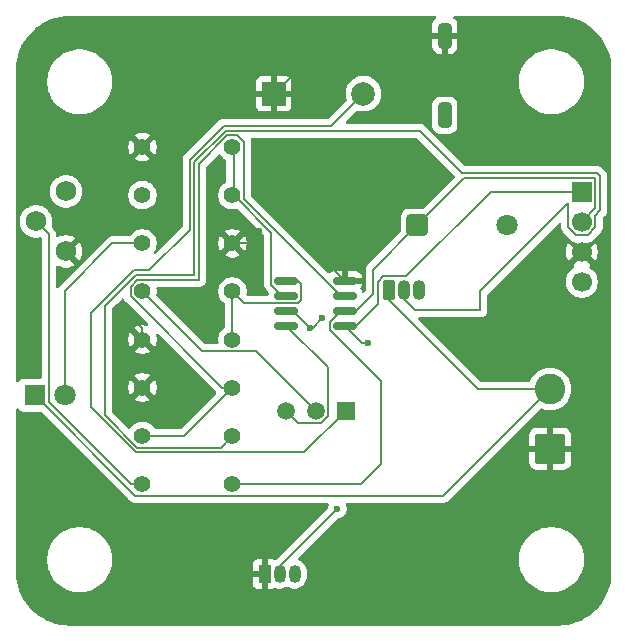
<source format=gbr>
%TF.GenerationSoftware,KiCad,Pcbnew,9.0.6*%
%TF.CreationDate,2025-12-24T19:30:20-05:00*%
%TF.ProjectId,tmp36 circuit,746d7033-3620-4636-9972-637569742e6b,rev?*%
%TF.SameCoordinates,Original*%
%TF.FileFunction,Copper,L1,Top*%
%TF.FilePolarity,Positive*%
%FSLAX46Y46*%
G04 Gerber Fmt 4.6, Leading zero omitted, Abs format (unit mm)*
G04 Created by KiCad (PCBNEW 9.0.6) date 2025-12-24 19:30:20*
%MOMM*%
%LPD*%
G01*
G04 APERTURE LIST*
G04 Aperture macros list*
%AMRoundRect*
0 Rectangle with rounded corners*
0 $1 Rounding radius*
0 $2 $3 $4 $5 $6 $7 $8 $9 X,Y pos of 4 corners*
0 Add a 4 corners polygon primitive as box body*
4,1,4,$2,$3,$4,$5,$6,$7,$8,$9,$2,$3,0*
0 Add four circle primitives for the rounded corners*
1,1,$1+$1,$2,$3*
1,1,$1+$1,$4,$5*
1,1,$1+$1,$6,$7*
1,1,$1+$1,$8,$9*
0 Add four rect primitives between the rounded corners*
20,1,$1+$1,$2,$3,$4,$5,0*
20,1,$1+$1,$4,$5,$6,$7,0*
20,1,$1+$1,$6,$7,$8,$9,0*
20,1,$1+$1,$8,$9,$2,$3,0*%
G04 Aperture macros list end*
%TA.AperFunction,ComponentPad*%
%ADD10C,1.700000*%
%TD*%
%TA.AperFunction,ComponentPad*%
%ADD11R,1.700000X1.700000*%
%TD*%
%TA.AperFunction,ComponentPad*%
%ADD12C,1.400000*%
%TD*%
%TA.AperFunction,ComponentPad*%
%ADD13RoundRect,0.250000X1.050000X-1.050000X1.050000X1.050000X-1.050000X1.050000X-1.050000X-1.050000X0*%
%TD*%
%TA.AperFunction,ComponentPad*%
%ADD14C,2.600000*%
%TD*%
%TA.AperFunction,SMDPad,CuDef*%
%ADD15RoundRect,0.250000X0.310000X-0.830000X0.310000X0.830000X-0.310000X0.830000X-0.310000X-0.830000X0*%
%TD*%
%TA.AperFunction,ComponentPad*%
%ADD16RoundRect,0.250000X-0.650000X-0.650000X0.650000X-0.650000X0.650000X0.650000X-0.650000X0.650000X0*%
%TD*%
%TA.AperFunction,ComponentPad*%
%ADD17C,1.800000*%
%TD*%
%TA.AperFunction,ComponentPad*%
%ADD18R,1.800000X1.800000*%
%TD*%
%TA.AperFunction,ComponentPad*%
%ADD19RoundRect,0.250000X0.275000X0.600000X-0.275000X0.600000X-0.275000X-0.600000X0.275000X-0.600000X0*%
%TD*%
%TA.AperFunction,ComponentPad*%
%ADD20O,1.050000X1.700000*%
%TD*%
%TA.AperFunction,ComponentPad*%
%ADD21R,1.500000X1.500000*%
%TD*%
%TA.AperFunction,ComponentPad*%
%ADD22C,1.500000*%
%TD*%
%TA.AperFunction,ComponentPad*%
%ADD23R,1.050000X1.500000*%
%TD*%
%TA.AperFunction,ComponentPad*%
%ADD24O,1.050000X1.500000*%
%TD*%
%TA.AperFunction,ComponentPad*%
%ADD25R,2.000000X2.000000*%
%TD*%
%TA.AperFunction,ComponentPad*%
%ADD26C,2.000000*%
%TD*%
%TA.AperFunction,ComponentPad*%
%ADD27C,1.750000*%
%TD*%
%TA.AperFunction,SMDPad,CuDef*%
%ADD28RoundRect,0.150000X-0.825000X-0.150000X0.825000X-0.150000X0.825000X0.150000X-0.825000X0.150000X0*%
%TD*%
%TA.AperFunction,ViaPad*%
%ADD29C,0.600000*%
%TD*%
%TA.AperFunction,Conductor*%
%ADD30C,0.200000*%
%TD*%
G04 APERTURE END LIST*
D10*
%TO.P,J1,4,Pin_4*%
%TO.N,GND*%
X172800000Y-87200000D03*
%TO.P,J1,3,Pin_3*%
%TO.N,+5V*%
X172800000Y-84660000D03*
%TO.P,J1,2,Pin_2*%
%TO.N,pot_out*%
X172800000Y-82120000D03*
D11*
%TO.P,J1,1,Pin_1*%
%TO.N,tmp36_out*%
X172800000Y-79580000D03*
%TD*%
D12*
%TO.P,R8,1*%
%TO.N,Net-(R8-Pad1)*%
X135590000Y-104300000D03*
%TO.P,R8,2*%
%TO.N,pot_out*%
X143210000Y-104300000D03*
%TD*%
D13*
%TO.P,M1,1,+*%
%TO.N,+5V*%
X170110000Y-101345000D03*
D14*
%TO.P,M1,2,-*%
%TO.N,Net-(D2-K)*%
X170110000Y-96265000D03*
%TD*%
D15*
%TO.P,SW1,1,A*%
%TO.N,unconnected-(SW1-A-Pad1)*%
X161200000Y-73090000D03*
%TO.P,SW1,2,B*%
%TO.N,+5V*%
X161200000Y-66360000D03*
%TD*%
D16*
%TO.P,D1,1,K*%
%TO.N,pot_out*%
X158880000Y-82400000D03*
D17*
%TO.P,D1,2,A*%
%TO.N,GND*%
X166500000Y-82400000D03*
%TD*%
D12*
%TO.P,R7,1*%
%TO.N,2out*%
X135590000Y-100228571D03*
%TO.P,R7,2*%
%TO.N,Net-(Q1-G)*%
X143210000Y-100228571D03*
%TD*%
%TO.P,R1,1*%
%TO.N,+5V*%
X135590000Y-75800000D03*
%TO.P,R1,2*%
%TO.N,vdr*%
X143210000Y-75800000D03*
%TD*%
%TO.P,R4,1*%
%TO.N,1out*%
X143210000Y-88014286D03*
%TO.P,R4,2*%
%TO.N,Net-(Q2-B)*%
X135590000Y-88014286D03*
%TD*%
D18*
%TO.P,D2,1,K*%
%TO.N,Net-(D2-K)*%
X126465000Y-96800000D03*
D17*
%TO.P,D2,2,A*%
%TO.N,Net-(D2-A)*%
X129005000Y-96800000D03*
%TD*%
D12*
%TO.P,R3,1*%
%TO.N,Net-(D2-A)*%
X135590000Y-83942857D03*
%TO.P,R3,2*%
%TO.N,+5V*%
X143210000Y-83942857D03*
%TD*%
%TO.P,R6,1*%
%TO.N,+5V*%
X135590000Y-96157143D03*
%TO.P,R6,2*%
%TO.N,2out*%
X143210000Y-96157143D03*
%TD*%
D19*
%TO.P,Q1,1,D*%
%TO.N,Net-(D2-K)*%
X156460000Y-87900000D03*
D20*
%TO.P,Q1,2,G*%
%TO.N,Net-(Q1-G)*%
X157730000Y-87900000D03*
%TO.P,Q1,3,S*%
%TO.N,GND*%
X159000000Y-87900000D03*
%TD*%
D12*
%TO.P,R5,1*%
%TO.N,+5V*%
X135590000Y-92085714D03*
%TO.P,R5,2*%
%TO.N,1out*%
X143210000Y-92085714D03*
%TD*%
D21*
%TO.P,Q2,1,C*%
%TO.N,Net-(BZ1--)*%
X152800000Y-98100000D03*
D22*
%TO.P,Q2,2,B*%
%TO.N,Net-(Q2-B)*%
X150260000Y-98100000D03*
%TO.P,Q2,3,E*%
%TO.N,GND*%
X147720000Y-98100000D03*
%TD*%
D23*
%TO.P,Q3,1,C*%
%TO.N,+5V*%
X145947500Y-111930000D03*
D24*
%TO.P,Q3,2,B*%
%TO.N,tmp36_out*%
X147217500Y-111930000D03*
%TO.P,Q3,3,E*%
%TO.N,GND*%
X148487500Y-111930000D03*
%TD*%
D12*
%TO.P,R2,1*%
%TO.N,vdr*%
X143210000Y-79871429D03*
%TO.P,R2,2*%
%TO.N,GND*%
X135590000Y-79871429D03*
%TD*%
D25*
%TO.P,BZ1,1,+*%
%TO.N,+5V*%
X146700000Y-71275000D03*
D26*
%TO.P,BZ1,2,-*%
%TO.N,Net-(BZ1--)*%
X154300000Y-71275000D03*
%TD*%
D27*
%TO.P,RV1,1,1*%
%TO.N,+5V*%
X129125000Y-84625000D03*
%TO.P,RV1,2,2*%
%TO.N,Net-(R8-Pad1)*%
X126585000Y-82085000D03*
%TO.P,RV1,3,3*%
%TO.N,GND*%
X129125000Y-79545000D03*
%TD*%
D28*
%TO.P,U2,1*%
%TO.N,1out*%
X147775000Y-87095000D03*
%TO.P,U2,2,-*%
%TO.N,vdr*%
X147775000Y-88365000D03*
%TO.P,U2,3,+*%
%TO.N,tmp36_out*%
X147775000Y-89635000D03*
%TO.P,U2,4,V-*%
%TO.N,GND*%
X147775000Y-90905000D03*
%TO.P,U2,5,+*%
%TO.N,tmp36_out*%
X152725000Y-90905000D03*
%TO.P,U2,6,-*%
%TO.N,pot_out*%
X152725000Y-89635000D03*
%TO.P,U2,7*%
%TO.N,2out*%
X152725000Y-88365000D03*
%TO.P,U2,8,V+*%
%TO.N,+5V*%
X152725000Y-87095000D03*
%TD*%
D29*
%TO.N,+5V*%
X147800000Y-81100000D03*
X145495021Y-82904979D03*
X149900000Y-75900000D03*
X134900000Y-90400000D03*
%TO.N,tmp36_out*%
X150800000Y-90300000D03*
X149800000Y-91100000D03*
X154700000Y-92400000D03*
X152100000Y-106400000D03*
%TD*%
D30*
%TO.N,1out*%
X143210000Y-88014286D02*
X144161714Y-88966000D01*
X149051000Y-88705968D02*
X149051000Y-87396001D01*
X143210000Y-88014286D02*
X143210000Y-92085714D01*
X148790968Y-88966000D02*
X149051000Y-88705968D01*
X144161714Y-88966000D02*
X148790968Y-88966000D01*
X148749999Y-87095000D02*
X147775000Y-87095000D01*
X149051000Y-87396001D02*
X148749999Y-87095000D01*
%TO.N,Net-(Q2-B)*%
X145246714Y-93086714D02*
X150260000Y-98100000D01*
X140662428Y-93086714D02*
X145246714Y-93086714D01*
X135590000Y-88014286D02*
X140662428Y-93086714D01*
%TO.N,+5V*%
X144457143Y-83942857D02*
X145495021Y-82904979D01*
X151615000Y-66360000D02*
X161200000Y-66360000D01*
X135590000Y-91090000D02*
X134900000Y-90400000D01*
X147800000Y-81100000D02*
X149900000Y-79000000D01*
X149900000Y-79000000D02*
X149900000Y-75900000D01*
X147800000Y-81100000D02*
X147800000Y-82170000D01*
X143210000Y-83942857D02*
X144457143Y-83942857D01*
X135590000Y-92085714D02*
X135590000Y-91090000D01*
X147800000Y-82170000D02*
X152725000Y-87095000D01*
X146700000Y-71275000D02*
X151615000Y-66360000D01*
%TO.N,GND*%
X151311000Y-98535339D02*
X150695339Y-99151000D01*
X148771000Y-99151000D02*
X147720000Y-98100000D01*
X147775000Y-90905000D02*
X151311000Y-94441000D01*
X150695339Y-99151000D02*
X148771000Y-99151000D01*
X151311000Y-94441000D02*
X151311000Y-98535339D01*
%TO.N,tmp36_out*%
X155949840Y-86749000D02*
X155500000Y-87198840D01*
X153699999Y-90905000D02*
X152725000Y-90905000D01*
X150000000Y-91100000D02*
X150800000Y-90300000D01*
X149800000Y-91100000D02*
X148335000Y-89635000D01*
X147217500Y-111930000D02*
X147217500Y-111282500D01*
X154700000Y-92400000D02*
X154220000Y-92400000D01*
X155500000Y-87198840D02*
X155500000Y-89104999D01*
X165120000Y-79580000D02*
X157951000Y-86749000D01*
X149800000Y-91100000D02*
X150000000Y-91100000D01*
X154220000Y-92400000D02*
X152725000Y-90905000D01*
X148335000Y-89635000D02*
X147775000Y-89635000D01*
X157951000Y-86749000D02*
X155949840Y-86749000D01*
X155500000Y-89104999D02*
X153699999Y-90905000D01*
X147217500Y-111282500D02*
X152100000Y-106400000D01*
X172800000Y-79580000D02*
X165120000Y-79580000D01*
%TO.N,Net-(Q1-G)*%
X172323240Y-83271000D02*
X171649000Y-82596760D01*
X174352000Y-78262900D02*
X174352000Y-81135100D01*
X135175372Y-101229571D02*
X132400000Y-98454199D01*
X173951000Y-82596760D02*
X173276760Y-83271000D01*
X142629272Y-74398000D02*
X159054900Y-74398000D01*
X173897430Y-81589670D02*
X173951000Y-81643240D01*
X159054900Y-74398000D02*
X162684900Y-78028000D01*
X139987714Y-86612286D02*
X139999000Y-86601000D01*
X139999000Y-86601000D02*
X139999000Y-77028272D01*
X132400000Y-89221558D02*
X135009272Y-86612286D01*
X171649000Y-80551000D02*
X164200000Y-88000000D01*
X157730000Y-88630000D02*
X157730000Y-87900000D01*
X164200000Y-89600000D02*
X158700000Y-89600000D01*
X132400000Y-98454199D02*
X132400000Y-89221558D01*
X158700000Y-89600000D02*
X157730000Y-88630000D01*
X171649000Y-82596760D02*
X171649000Y-80551000D01*
X142209000Y-101229571D02*
X135175372Y-101229571D01*
X173276760Y-83271000D02*
X172323240Y-83271000D01*
X174352000Y-81135100D02*
X173897430Y-81589670D01*
X135009272Y-86612286D02*
X139987714Y-86612286D01*
X164200000Y-88000000D02*
X164200000Y-89600000D01*
X162684900Y-78028000D02*
X174117100Y-78028000D01*
X173951000Y-81643240D02*
X173951000Y-82596760D01*
X174117100Y-78028000D02*
X174352000Y-78262900D01*
X139999000Y-77028272D02*
X142629272Y-74398000D01*
X143210000Y-100228571D02*
X142209000Y-101229571D01*
%TO.N,2out*%
X134589000Y-88428914D02*
X142317229Y-96157143D01*
X140400000Y-87013286D02*
X135175372Y-87013286D01*
X143624628Y-74799000D02*
X142795372Y-74799000D01*
X144211000Y-80205329D02*
X144211000Y-75385372D01*
X139138572Y-100228571D02*
X143210000Y-96157143D01*
X135175372Y-87013286D02*
X134589000Y-87599658D01*
X134589000Y-87599658D02*
X134589000Y-88428914D01*
X135590000Y-100228571D02*
X139138572Y-100228571D01*
X144211000Y-75385372D02*
X143624628Y-74799000D01*
X140400000Y-77194372D02*
X140400000Y-87013286D01*
X152370671Y-88365000D02*
X144211000Y-80205329D01*
X142317229Y-96157143D02*
X143210000Y-96157143D01*
X152725000Y-88365000D02*
X152370671Y-88365000D01*
X142795372Y-74799000D02*
X140400000Y-77194372D01*
%TO.N,pot_out*%
X154100000Y-104300000D02*
X155800000Y-102600000D01*
X151449000Y-90564032D02*
X152378032Y-89635000D01*
X155800000Y-95596968D02*
X151449000Y-91245968D01*
X153699999Y-89635000D02*
X152725000Y-89635000D01*
X173951000Y-78429000D02*
X162851000Y-78429000D01*
X155099000Y-88235999D02*
X153699999Y-89635000D01*
X155099000Y-86181000D02*
X155099000Y-88235999D01*
X152378032Y-89635000D02*
X152725000Y-89635000D01*
X173951000Y-80969000D02*
X173951000Y-78429000D01*
X143210000Y-104300000D02*
X154100000Y-104300000D01*
X172800000Y-82120000D02*
X173951000Y-80969000D01*
X158880000Y-82400000D02*
X155099000Y-86181000D01*
X162851000Y-78429000D02*
X158880000Y-82400000D01*
X151449000Y-91245968D02*
X151449000Y-90564032D01*
X155800000Y-102600000D02*
X155800000Y-95596968D01*
%TO.N,Net-(D2-K)*%
X156460000Y-88750000D02*
X156460000Y-87900000D01*
X126465000Y-96800000D02*
X134966000Y-105301000D01*
X134966000Y-105301000D02*
X161074000Y-105301000D01*
X161074000Y-105301000D02*
X170110000Y-96265000D01*
X170110000Y-96265000D02*
X163975000Y-96265000D01*
X163975000Y-96265000D02*
X156460000Y-88750000D01*
%TO.N,Net-(D2-A)*%
X135590000Y-83942857D02*
X133057143Y-83942857D01*
X129005000Y-87995000D02*
X129005000Y-96800000D01*
X133057143Y-83942857D02*
X129005000Y-87995000D01*
%TO.N,vdr*%
X143310000Y-79871429D02*
X146499000Y-83060429D01*
X146499000Y-87435968D02*
X147428032Y-88365000D01*
X147428032Y-88365000D02*
X147775000Y-88365000D01*
X143310000Y-75800000D02*
X143310000Y-79871429D01*
X146499000Y-83060429D02*
X146499000Y-87435968D01*
%TO.N,Net-(R8-Pad1)*%
X135590000Y-104300000D02*
X134600051Y-104300000D01*
X127666000Y-97365949D02*
X127666000Y-83166000D01*
X127666000Y-83166000D02*
X126585000Y-82085000D01*
X134600051Y-104300000D02*
X127666000Y-97365949D01*
%TO.N,Net-(BZ1--)*%
X151578000Y-73997000D02*
X142463172Y-73997000D01*
X149269429Y-101630571D02*
X152800000Y-98100000D01*
X154300000Y-71275000D02*
X151578000Y-73997000D01*
X131200000Y-97821299D02*
X135009272Y-101630571D01*
X136188714Y-86211286D02*
X134843172Y-86211286D01*
X135009272Y-101630571D02*
X149269429Y-101630571D01*
X139598000Y-76862172D02*
X139598000Y-82802000D01*
X142463172Y-73997000D02*
X139598000Y-76862172D01*
X131200000Y-89854458D02*
X131200000Y-97821299D01*
X139598000Y-82802000D02*
X136188714Y-86211286D01*
X134843172Y-86211286D02*
X131200000Y-89854458D01*
%TD*%
%TA.AperFunction,Conductor*%
%TO.N,+5V*%
G36*
X160435992Y-64720185D02*
G01*
X160481747Y-64772989D01*
X160491691Y-64842147D01*
X160462666Y-64905703D01*
X160434049Y-64930039D01*
X160421656Y-64937682D01*
X160297684Y-65061654D01*
X160205643Y-65210875D01*
X160205641Y-65210880D01*
X160150494Y-65377302D01*
X160150493Y-65377309D01*
X160140000Y-65480013D01*
X160140000Y-66110000D01*
X162259999Y-66110000D01*
X162259999Y-65480028D01*
X162259998Y-65480013D01*
X162249505Y-65377302D01*
X162194358Y-65210880D01*
X162194356Y-65210875D01*
X162102315Y-65061654D01*
X161978343Y-64937682D01*
X161965951Y-64930039D01*
X161919226Y-64878092D01*
X161908003Y-64809129D01*
X161935846Y-64745047D01*
X161993915Y-64706190D01*
X162031047Y-64700500D01*
X170734108Y-64700500D01*
X170797294Y-64700500D01*
X170802702Y-64700617D01*
X171186771Y-64717386D01*
X171197506Y-64718326D01*
X171575971Y-64768152D01*
X171586597Y-64770025D01*
X171959284Y-64852648D01*
X171969710Y-64855442D01*
X172333765Y-64970227D01*
X172343911Y-64973920D01*
X172696578Y-65120000D01*
X172706369Y-65124566D01*
X172872177Y-65210880D01*
X173044942Y-65300816D01*
X173054310Y-65306224D01*
X173376244Y-65511318D01*
X173385105Y-65517523D01*
X173687930Y-65749889D01*
X173696217Y-65756843D01*
X173977635Y-66014715D01*
X173985284Y-66022364D01*
X174243156Y-66303782D01*
X174250110Y-66312069D01*
X174482476Y-66614894D01*
X174488681Y-66623755D01*
X174693775Y-66945689D01*
X174699183Y-66955057D01*
X174875430Y-67293623D01*
X174880002Y-67303427D01*
X175026075Y-67656078D01*
X175029775Y-67666244D01*
X175144554Y-68030278D01*
X175147354Y-68040727D01*
X175229971Y-68413389D01*
X175231849Y-68424042D01*
X175281671Y-68802473D01*
X175282614Y-68813249D01*
X175299382Y-69197297D01*
X175299500Y-69202706D01*
X175299500Y-111797293D01*
X175299382Y-111802702D01*
X175282614Y-112186750D01*
X175281671Y-112197526D01*
X175231849Y-112575957D01*
X175229971Y-112586610D01*
X175147354Y-112959272D01*
X175144554Y-112969721D01*
X175029775Y-113333755D01*
X175026075Y-113343921D01*
X174880002Y-113696572D01*
X174875430Y-113706376D01*
X174699183Y-114044942D01*
X174693775Y-114054310D01*
X174488681Y-114376244D01*
X174482476Y-114385105D01*
X174250110Y-114687930D01*
X174243156Y-114696217D01*
X173985284Y-114977635D01*
X173977635Y-114985284D01*
X173696217Y-115243156D01*
X173687930Y-115250110D01*
X173385105Y-115482476D01*
X173376244Y-115488681D01*
X173054310Y-115693775D01*
X173044942Y-115699183D01*
X172706376Y-115875430D01*
X172696572Y-115880002D01*
X172343921Y-116026075D01*
X172333755Y-116029775D01*
X171969721Y-116144554D01*
X171959272Y-116147354D01*
X171586610Y-116229971D01*
X171575957Y-116231849D01*
X171197526Y-116281671D01*
X171186750Y-116282614D01*
X170802703Y-116299382D01*
X170797294Y-116299500D01*
X129402706Y-116299500D01*
X129397297Y-116299382D01*
X129013249Y-116282614D01*
X129002473Y-116281671D01*
X128624042Y-116231849D01*
X128613389Y-116229971D01*
X128240727Y-116147354D01*
X128230278Y-116144554D01*
X127866244Y-116029775D01*
X127856078Y-116026075D01*
X127503427Y-115880002D01*
X127493623Y-115875430D01*
X127155057Y-115699183D01*
X127145689Y-115693775D01*
X126823755Y-115488681D01*
X126814894Y-115482476D01*
X126512069Y-115250110D01*
X126503782Y-115243156D01*
X126222364Y-114985284D01*
X126214715Y-114977635D01*
X125956843Y-114696217D01*
X125949889Y-114687930D01*
X125717523Y-114385105D01*
X125711318Y-114376244D01*
X125506224Y-114054310D01*
X125500816Y-114044942D01*
X125324569Y-113706376D01*
X125319997Y-113696572D01*
X125228426Y-113475500D01*
X125173920Y-113343911D01*
X125170224Y-113333755D01*
X125055442Y-112969710D01*
X125052648Y-112959284D01*
X124970025Y-112586597D01*
X124968152Y-112575971D01*
X124918326Y-112197506D01*
X124917386Y-112186771D01*
X124900618Y-111802702D01*
X124900500Y-111797293D01*
X124900500Y-110570528D01*
X127524500Y-110570528D01*
X127524500Y-110879471D01*
X127559086Y-111186437D01*
X127559089Y-111186455D01*
X127627831Y-111487635D01*
X127627835Y-111487647D01*
X127729862Y-111779222D01*
X127729868Y-111779236D01*
X127863903Y-112057562D01*
X127863905Y-112057565D01*
X128028265Y-112319143D01*
X128220880Y-112560674D01*
X128439326Y-112779120D01*
X128680857Y-112971735D01*
X128942435Y-113136095D01*
X129220771Y-113270135D01*
X129220777Y-113270137D01*
X129512352Y-113372164D01*
X129512364Y-113372168D01*
X129813548Y-113440911D01*
X129813554Y-113440911D01*
X129813562Y-113440913D01*
X130018206Y-113463970D01*
X130120529Y-113475499D01*
X130120532Y-113475500D01*
X130120535Y-113475500D01*
X130429468Y-113475500D01*
X130429469Y-113475499D01*
X130586356Y-113457822D01*
X130736437Y-113440913D01*
X130736442Y-113440912D01*
X130736452Y-113440911D01*
X131037636Y-113372168D01*
X131329229Y-113270135D01*
X131607565Y-113136095D01*
X131869143Y-112971735D01*
X132110674Y-112779120D01*
X132329120Y-112560674D01*
X132521735Y-112319143D01*
X132686095Y-112057565D01*
X132820135Y-111779229D01*
X132922168Y-111487636D01*
X132990911Y-111186452D01*
X132997029Y-111132155D01*
X132998966Y-111114967D01*
X132998966Y-111114966D01*
X133014964Y-110972972D01*
X133025500Y-110879465D01*
X133025500Y-110570535D01*
X132990911Y-110263548D01*
X132922168Y-109962364D01*
X132820135Y-109670771D01*
X132686095Y-109392435D01*
X132521735Y-109130857D01*
X132329120Y-108889326D01*
X132110674Y-108670880D01*
X131869143Y-108478265D01*
X131607565Y-108313905D01*
X131607562Y-108313903D01*
X131329236Y-108179868D01*
X131329222Y-108179862D01*
X131037647Y-108077835D01*
X131037635Y-108077831D01*
X130736455Y-108009089D01*
X130736437Y-108009086D01*
X130429471Y-107974500D01*
X130429465Y-107974500D01*
X130120535Y-107974500D01*
X130120528Y-107974500D01*
X129813562Y-108009086D01*
X129813544Y-108009089D01*
X129512364Y-108077831D01*
X129512352Y-108077835D01*
X129220777Y-108179862D01*
X129220763Y-108179868D01*
X128942437Y-108313903D01*
X128680858Y-108478264D01*
X128439326Y-108670879D01*
X128220879Y-108889326D01*
X128028264Y-109130858D01*
X127863903Y-109392437D01*
X127729868Y-109670763D01*
X127729862Y-109670777D01*
X127627835Y-109962352D01*
X127627831Y-109962364D01*
X127559089Y-110263544D01*
X127559086Y-110263562D01*
X127524500Y-110570528D01*
X124900500Y-110570528D01*
X124900500Y-98020065D01*
X124920185Y-97953026D01*
X124972989Y-97907271D01*
X125042147Y-97897327D01*
X125105703Y-97926352D01*
X125123764Y-97945751D01*
X125207454Y-98057546D01*
X125244770Y-98085481D01*
X125322664Y-98143793D01*
X125322671Y-98143797D01*
X125457517Y-98194091D01*
X125457516Y-98194091D01*
X125464444Y-98194835D01*
X125517127Y-98200500D01*
X126964902Y-98200499D01*
X127031941Y-98220184D01*
X127052583Y-98236818D01*
X134481139Y-105665374D01*
X134481149Y-105665385D01*
X134485479Y-105669715D01*
X134485480Y-105669716D01*
X134597284Y-105781520D01*
X134597286Y-105781521D01*
X134597290Y-105781524D01*
X134734209Y-105860573D01*
X134734216Y-105860577D01*
X134842946Y-105889711D01*
X134886942Y-105901500D01*
X134886943Y-105901500D01*
X151254451Y-105901500D01*
X151321490Y-105921185D01*
X151367245Y-105973989D01*
X151377189Y-106043147D01*
X151369012Y-106072952D01*
X151330264Y-106166498D01*
X151330261Y-106166508D01*
X151299362Y-106321848D01*
X151266977Y-106383759D01*
X151265426Y-106385337D01*
X146958829Y-110691934D01*
X146951897Y-110696565D01*
X146948954Y-110700805D01*
X146918601Y-110718814D01*
X146837162Y-110752547D01*
X146767692Y-110760016D01*
X146722640Y-110740405D01*
X146722372Y-110740897D01*
X146716874Y-110737894D01*
X146715395Y-110737251D01*
X146714586Y-110736645D01*
X146579879Y-110686403D01*
X146579872Y-110686401D01*
X146520344Y-110680000D01*
X146197500Y-110680000D01*
X146197500Y-111564134D01*
X146195117Y-111588326D01*
X146192000Y-111603995D01*
X146192000Y-111644170D01*
X146177755Y-111629925D01*
X146092245Y-111580556D01*
X145996870Y-111555000D01*
X145898130Y-111555000D01*
X145802755Y-111580556D01*
X145717245Y-111629925D01*
X145697500Y-111649670D01*
X145697500Y-110680000D01*
X145374655Y-110680000D01*
X145315127Y-110686401D01*
X145315120Y-110686403D01*
X145180413Y-110736645D01*
X145180406Y-110736649D01*
X145065312Y-110822809D01*
X145065309Y-110822812D01*
X144979149Y-110937906D01*
X144979145Y-110937913D01*
X144928903Y-111072620D01*
X144928901Y-111072627D01*
X144922500Y-111132155D01*
X144922500Y-111680000D01*
X145667170Y-111680000D01*
X145647425Y-111699745D01*
X145598056Y-111785255D01*
X145572500Y-111880630D01*
X145572500Y-111979370D01*
X145598056Y-112074745D01*
X145647425Y-112160255D01*
X145667170Y-112180000D01*
X144922500Y-112180000D01*
X144922500Y-112727844D01*
X144928901Y-112787372D01*
X144928903Y-112787379D01*
X144979145Y-112922086D01*
X144979149Y-112922093D01*
X145065309Y-113037187D01*
X145065312Y-113037190D01*
X145180406Y-113123350D01*
X145180413Y-113123354D01*
X145315120Y-113173596D01*
X145315127Y-113173598D01*
X145374655Y-113179999D01*
X145374672Y-113180000D01*
X145697500Y-113180000D01*
X145697500Y-112210330D01*
X145717245Y-112230075D01*
X145802755Y-112279444D01*
X145898130Y-112305000D01*
X145996870Y-112305000D01*
X146092245Y-112279444D01*
X146177755Y-112230075D01*
X146192000Y-112215830D01*
X146192000Y-112256002D01*
X146195117Y-112271671D01*
X146197500Y-112295865D01*
X146197500Y-113180000D01*
X146520328Y-113180000D01*
X146520344Y-113179999D01*
X146579872Y-113173598D01*
X146579876Y-113173597D01*
X146714589Y-113123352D01*
X146715396Y-113122748D01*
X146716345Y-113122393D01*
X146722376Y-113119101D01*
X146722849Y-113119967D01*
X146780860Y-113098329D01*
X146837161Y-113107451D01*
X146918373Y-113141091D01*
X147081788Y-113173596D01*
X147116492Y-113180499D01*
X147116496Y-113180500D01*
X147116497Y-113180500D01*
X147318504Y-113180500D01*
X147318505Y-113180499D01*
X147516627Y-113141091D01*
X147703256Y-113063786D01*
X147783610Y-113010094D01*
X147850286Y-112989217D01*
X147917666Y-113007701D01*
X147921365Y-113010078D01*
X148001744Y-113063786D01*
X148188373Y-113141091D01*
X148351788Y-113173596D01*
X148386492Y-113180499D01*
X148386496Y-113180500D01*
X148386497Y-113180500D01*
X148588504Y-113180500D01*
X148588505Y-113180499D01*
X148786627Y-113141091D01*
X148973256Y-113063786D01*
X149141218Y-112951558D01*
X149284058Y-112808718D01*
X149396286Y-112640756D01*
X149473591Y-112454127D01*
X149513000Y-112256003D01*
X149513000Y-111603997D01*
X149473591Y-111405873D01*
X149396286Y-111219244D01*
X149396284Y-111219241D01*
X149396282Y-111219237D01*
X149284058Y-111051281D01*
X149141218Y-110908441D01*
X148973262Y-110796217D01*
X148973252Y-110796212D01*
X148847557Y-110744147D01*
X148822009Y-110723559D01*
X148795743Y-110703896D01*
X148794941Y-110701746D01*
X148793154Y-110700306D01*
X148782792Y-110669175D01*
X148771326Y-110638432D01*
X148771813Y-110636189D01*
X148771089Y-110634011D01*
X148779205Y-110602209D01*
X148786098Y-110570528D01*
X167474500Y-110570528D01*
X167474500Y-110879471D01*
X167509086Y-111186437D01*
X167509089Y-111186455D01*
X167577831Y-111487635D01*
X167577835Y-111487647D01*
X167679862Y-111779222D01*
X167679868Y-111779236D01*
X167813903Y-112057562D01*
X167813905Y-112057565D01*
X167978265Y-112319143D01*
X168170880Y-112560674D01*
X168389326Y-112779120D01*
X168630857Y-112971735D01*
X168892435Y-113136095D01*
X169170771Y-113270135D01*
X169170777Y-113270137D01*
X169462352Y-113372164D01*
X169462364Y-113372168D01*
X169763548Y-113440911D01*
X169763554Y-113440911D01*
X169763562Y-113440913D01*
X169968206Y-113463970D01*
X170070529Y-113475499D01*
X170070532Y-113475500D01*
X170070535Y-113475500D01*
X170379468Y-113475500D01*
X170379469Y-113475499D01*
X170536356Y-113457822D01*
X170686437Y-113440913D01*
X170686442Y-113440912D01*
X170686452Y-113440911D01*
X170987636Y-113372168D01*
X171279229Y-113270135D01*
X171557565Y-113136095D01*
X171819143Y-112971735D01*
X172060674Y-112779120D01*
X172279120Y-112560674D01*
X172471735Y-112319143D01*
X172636095Y-112057565D01*
X172770135Y-111779229D01*
X172872168Y-111487636D01*
X172940911Y-111186452D01*
X172940912Y-111186442D01*
X172940913Y-111186437D01*
X172957822Y-111036356D01*
X172975500Y-110879465D01*
X172975500Y-110570535D01*
X172940911Y-110263548D01*
X172872168Y-109962364D01*
X172770135Y-109670771D01*
X172636095Y-109392435D01*
X172471735Y-109130857D01*
X172279120Y-108889326D01*
X172060674Y-108670880D01*
X171819143Y-108478265D01*
X171557565Y-108313905D01*
X171557562Y-108313903D01*
X171279236Y-108179868D01*
X171279222Y-108179862D01*
X170987647Y-108077835D01*
X170987635Y-108077831D01*
X170686455Y-108009089D01*
X170686437Y-108009086D01*
X170379471Y-107974500D01*
X170379465Y-107974500D01*
X170070535Y-107974500D01*
X170070528Y-107974500D01*
X169763562Y-108009086D01*
X169763544Y-108009089D01*
X169462364Y-108077831D01*
X169462352Y-108077835D01*
X169170777Y-108179862D01*
X169170763Y-108179868D01*
X168892437Y-108313903D01*
X168630858Y-108478264D01*
X168389326Y-108670879D01*
X168170879Y-108889326D01*
X167978264Y-109130858D01*
X167813903Y-109392437D01*
X167679868Y-109670763D01*
X167679862Y-109670777D01*
X167577835Y-109962352D01*
X167577831Y-109962364D01*
X167509089Y-110263544D01*
X167509086Y-110263562D01*
X167474500Y-110570528D01*
X148786098Y-110570528D01*
X148786178Y-110570159D01*
X148788011Y-110567710D01*
X148788368Y-110566312D01*
X148807325Y-110541909D01*
X152114664Y-107234571D01*
X152175985Y-107201088D01*
X152178152Y-107200637D01*
X152178841Y-107200500D01*
X152178842Y-107200500D01*
X152333497Y-107169737D01*
X152479179Y-107109394D01*
X152610289Y-107021789D01*
X152721789Y-106910289D01*
X152809394Y-106779179D01*
X152869737Y-106633497D01*
X152900500Y-106478842D01*
X152900500Y-106321158D01*
X152900500Y-106321155D01*
X152900499Y-106321153D01*
X152869738Y-106166510D01*
X152869738Y-106166508D01*
X152869737Y-106166503D01*
X152869735Y-106166498D01*
X152830988Y-106072952D01*
X152823519Y-106003482D01*
X152854795Y-105941003D01*
X152914884Y-105905352D01*
X152945549Y-105901500D01*
X160987331Y-105901500D01*
X160987347Y-105901501D01*
X160994943Y-105901501D01*
X161153054Y-105901501D01*
X161153057Y-105901501D01*
X161305785Y-105860577D01*
X161369943Y-105823535D01*
X161442716Y-105781520D01*
X161554520Y-105669716D01*
X161554520Y-105669714D01*
X161564724Y-105659511D01*
X161564727Y-105659506D01*
X166979221Y-100245013D01*
X168310000Y-100245013D01*
X168310000Y-101095000D01*
X169509999Y-101095000D01*
X169484979Y-101155402D01*
X169460000Y-101280981D01*
X169460000Y-101409019D01*
X169484979Y-101534598D01*
X169509999Y-101595000D01*
X168310001Y-101595000D01*
X168310001Y-102444986D01*
X168320494Y-102547697D01*
X168375641Y-102714119D01*
X168375643Y-102714124D01*
X168467684Y-102863345D01*
X168591654Y-102987315D01*
X168740875Y-103079356D01*
X168740880Y-103079358D01*
X168907302Y-103134505D01*
X168907309Y-103134506D01*
X169010019Y-103144999D01*
X169859999Y-103144999D01*
X169860000Y-103144998D01*
X169860000Y-101945001D01*
X169920402Y-101970021D01*
X170045981Y-101995000D01*
X170174019Y-101995000D01*
X170299598Y-101970021D01*
X170360000Y-101945001D01*
X170360000Y-103144999D01*
X171209972Y-103144999D01*
X171209986Y-103144998D01*
X171312697Y-103134505D01*
X171479119Y-103079358D01*
X171479124Y-103079356D01*
X171628345Y-102987315D01*
X171752315Y-102863345D01*
X171844356Y-102714124D01*
X171844358Y-102714119D01*
X171899505Y-102547697D01*
X171899506Y-102547690D01*
X171909999Y-102444986D01*
X171910000Y-102444973D01*
X171910000Y-101595000D01*
X170710001Y-101595000D01*
X170735021Y-101534598D01*
X170760000Y-101409019D01*
X170760000Y-101280981D01*
X170735021Y-101155402D01*
X170710001Y-101095000D01*
X171909999Y-101095000D01*
X171909999Y-100245028D01*
X171909998Y-100245013D01*
X171899505Y-100142302D01*
X171844358Y-99975880D01*
X171844356Y-99975875D01*
X171752315Y-99826654D01*
X171628345Y-99702684D01*
X171479124Y-99610643D01*
X171479119Y-99610641D01*
X171312697Y-99555494D01*
X171312690Y-99555493D01*
X171209986Y-99545000D01*
X170360000Y-99545000D01*
X170360000Y-100744998D01*
X170299598Y-100719979D01*
X170174019Y-100695000D01*
X170045981Y-100695000D01*
X169920402Y-100719979D01*
X169860000Y-100744998D01*
X169860000Y-99545000D01*
X169010028Y-99545000D01*
X169010012Y-99545001D01*
X168907302Y-99555494D01*
X168740880Y-99610641D01*
X168740875Y-99610643D01*
X168591654Y-99702684D01*
X168467684Y-99826654D01*
X168375643Y-99975875D01*
X168375641Y-99975880D01*
X168320494Y-100142302D01*
X168320493Y-100142309D01*
X168310000Y-100245013D01*
X166979221Y-100245013D01*
X169273872Y-97950362D01*
X169335193Y-97916879D01*
X169404885Y-97921863D01*
X169408962Y-97923467D01*
X169530007Y-97973606D01*
X169757986Y-98034693D01*
X169991989Y-98065500D01*
X169991996Y-98065500D01*
X170228004Y-98065500D01*
X170228011Y-98065500D01*
X170462014Y-98034693D01*
X170689993Y-97973606D01*
X170908049Y-97883284D01*
X171112450Y-97765273D01*
X171299699Y-97621592D01*
X171466592Y-97454699D01*
X171610273Y-97267450D01*
X171728284Y-97063049D01*
X171818606Y-96844993D01*
X171879693Y-96617014D01*
X171910500Y-96383011D01*
X171910500Y-96146989D01*
X171879693Y-95912986D01*
X171818606Y-95685007D01*
X171728284Y-95466951D01*
X171728282Y-95466948D01*
X171728280Y-95466943D01*
X171669527Y-95365181D01*
X171610273Y-95262550D01*
X171466592Y-95075301D01*
X171466587Y-95075295D01*
X171299704Y-94908412D01*
X171299697Y-94908406D01*
X171112454Y-94764730D01*
X171112453Y-94764729D01*
X171112450Y-94764727D01*
X171025868Y-94714739D01*
X170908056Y-94646719D01*
X170908045Y-94646714D01*
X170689993Y-94556394D01*
X170462010Y-94495306D01*
X170228020Y-94464501D01*
X170228017Y-94464500D01*
X170228011Y-94464500D01*
X169991989Y-94464500D01*
X169991983Y-94464500D01*
X169991979Y-94464501D01*
X169757989Y-94495306D01*
X169530006Y-94556394D01*
X169311954Y-94646714D01*
X169311943Y-94646719D01*
X169107545Y-94764730D01*
X168920302Y-94908406D01*
X168920295Y-94908412D01*
X168753412Y-95075295D01*
X168753406Y-95075302D01*
X168609730Y-95262545D01*
X168491719Y-95466943D01*
X168491714Y-95466954D01*
X168441595Y-95587953D01*
X168397754Y-95642356D01*
X168331460Y-95664421D01*
X168327034Y-95664500D01*
X164275097Y-95664500D01*
X164208058Y-95644815D01*
X164187416Y-95628181D01*
X158971416Y-90412181D01*
X158937931Y-90350858D01*
X158942915Y-90281166D01*
X158984787Y-90225233D01*
X159050251Y-90200816D01*
X159059097Y-90200500D01*
X164279055Y-90200500D01*
X164279057Y-90200500D01*
X164431784Y-90159577D01*
X164568716Y-90080520D01*
X164680520Y-89968716D01*
X164759577Y-89831784D01*
X164800500Y-89679057D01*
X164800500Y-88300097D01*
X164820185Y-88233058D01*
X164836819Y-88212416D01*
X170836819Y-82212416D01*
X170856255Y-82201803D01*
X170872989Y-82187303D01*
X170886320Y-82185386D01*
X170898142Y-82178931D01*
X170920228Y-82180510D01*
X170942147Y-82177359D01*
X170954398Y-82182954D01*
X170967834Y-82183915D01*
X170985560Y-82197185D01*
X171005703Y-82206384D01*
X171012985Y-82217715D01*
X171023767Y-82225787D01*
X171031504Y-82246532D01*
X171043477Y-82265162D01*
X171046628Y-82287080D01*
X171048184Y-82291251D01*
X171048500Y-82300097D01*
X171048500Y-82510090D01*
X171048499Y-82510108D01*
X171048499Y-82675814D01*
X171048498Y-82675814D01*
X171048499Y-82675816D01*
X171048499Y-82675817D01*
X171089423Y-82828545D01*
X171089424Y-82828547D01*
X171089423Y-82828547D01*
X171095288Y-82838704D01*
X171095289Y-82838705D01*
X171168477Y-82965472D01*
X171168481Y-82965477D01*
X171287349Y-83084345D01*
X171287355Y-83084350D01*
X171838379Y-83635374D01*
X171838389Y-83635385D01*
X171842719Y-83639715D01*
X171842720Y-83639716D01*
X171954524Y-83751520D01*
X171954526Y-83751521D01*
X171954530Y-83751524D01*
X172051939Y-83807762D01*
X172091456Y-83830577D01*
X172197868Y-83859090D01*
X172197867Y-83859090D01*
X172207654Y-83861712D01*
X172244182Y-83871500D01*
X172244183Y-83871500D01*
X172313692Y-83871500D01*
X172380731Y-83891185D01*
X172401373Y-83907819D01*
X172670591Y-84177037D01*
X172607007Y-84194075D01*
X172492993Y-84259901D01*
X172399901Y-84352993D01*
X172334075Y-84467007D01*
X172317037Y-84530590D01*
X171684728Y-83898282D01*
X171684727Y-83898282D01*
X171645380Y-83952439D01*
X171548904Y-84141782D01*
X171483242Y-84343869D01*
X171483242Y-84343872D01*
X171450000Y-84553753D01*
X171450000Y-84766246D01*
X171483242Y-84976127D01*
X171483242Y-84976130D01*
X171548904Y-85178217D01*
X171645375Y-85367550D01*
X171684728Y-85421716D01*
X172317037Y-84789408D01*
X172334075Y-84852993D01*
X172399901Y-84967007D01*
X172492993Y-85060099D01*
X172607007Y-85125925D01*
X172670590Y-85142962D01*
X172038282Y-85775269D01*
X172038282Y-85775270D01*
X172092452Y-85814626D01*
X172092451Y-85814626D01*
X172101495Y-85819234D01*
X172152292Y-85867208D01*
X172169087Y-85935029D01*
X172146550Y-86001164D01*
X172101499Y-86040202D01*
X172092182Y-86044949D01*
X171920213Y-86169890D01*
X171769890Y-86320213D01*
X171644951Y-86492179D01*
X171548444Y-86681585D01*
X171482753Y-86883760D01*
X171460021Y-87027285D01*
X171449500Y-87093713D01*
X171449500Y-87306287D01*
X171457518Y-87356911D01*
X171482560Y-87515022D01*
X171482754Y-87516243D01*
X171541459Y-87696919D01*
X171548444Y-87718414D01*
X171644951Y-87907820D01*
X171769890Y-88079786D01*
X171920213Y-88230109D01*
X172092179Y-88355048D01*
X172092181Y-88355049D01*
X172092184Y-88355051D01*
X172281588Y-88451557D01*
X172483757Y-88517246D01*
X172693713Y-88550500D01*
X172693714Y-88550500D01*
X172906286Y-88550500D01*
X172906287Y-88550500D01*
X173116243Y-88517246D01*
X173318412Y-88451557D01*
X173507816Y-88355051D01*
X173547796Y-88326004D01*
X173679786Y-88230109D01*
X173679788Y-88230106D01*
X173679792Y-88230104D01*
X173830104Y-88079792D01*
X173830106Y-88079788D01*
X173830109Y-88079786D01*
X173955048Y-87907820D01*
X173955047Y-87907820D01*
X173955051Y-87907816D01*
X174051557Y-87718412D01*
X174117246Y-87516243D01*
X174150500Y-87306287D01*
X174150500Y-87093713D01*
X174117246Y-86883757D01*
X174051557Y-86681588D01*
X173955051Y-86492184D01*
X173955049Y-86492181D01*
X173955048Y-86492179D01*
X173830109Y-86320213D01*
X173679786Y-86169890D01*
X173507817Y-86044949D01*
X173498504Y-86040204D01*
X173447707Y-85992230D01*
X173430912Y-85924409D01*
X173453449Y-85858274D01*
X173498507Y-85819232D01*
X173507555Y-85814622D01*
X173561716Y-85775270D01*
X173561717Y-85775270D01*
X172929408Y-85142962D01*
X172992993Y-85125925D01*
X173107007Y-85060099D01*
X173200099Y-84967007D01*
X173265925Y-84852993D01*
X173282962Y-84789408D01*
X173915270Y-85421717D01*
X173915270Y-85421716D01*
X173954622Y-85367554D01*
X174051095Y-85178217D01*
X174116757Y-84976130D01*
X174116757Y-84976127D01*
X174150000Y-84766246D01*
X174150000Y-84553753D01*
X174116757Y-84343872D01*
X174116757Y-84343869D01*
X174051095Y-84141782D01*
X173954624Y-83952449D01*
X173915270Y-83898282D01*
X173915269Y-83898282D01*
X173282962Y-84530590D01*
X173265925Y-84467007D01*
X173200099Y-84352993D01*
X173107007Y-84259901D01*
X172992993Y-84194075D01*
X172929408Y-84177037D01*
X173198626Y-83907820D01*
X173259949Y-83874335D01*
X173286307Y-83871501D01*
X173355814Y-83871501D01*
X173355817Y-83871501D01*
X173508545Y-83830577D01*
X173560641Y-83800499D01*
X173645476Y-83751520D01*
X173757280Y-83639716D01*
X173757280Y-83639714D01*
X173767484Y-83629511D01*
X173767488Y-83629506D01*
X174309506Y-83087488D01*
X174309511Y-83087484D01*
X174319714Y-83077280D01*
X174319716Y-83077280D01*
X174431520Y-82965476D01*
X174510577Y-82828544D01*
X174551500Y-82675817D01*
X174551500Y-81836196D01*
X174560145Y-81806752D01*
X174566668Y-81776770D01*
X174570422Y-81771754D01*
X174571185Y-81769157D01*
X174587810Y-81748524D01*
X174710509Y-81625824D01*
X174710514Y-81625821D01*
X174720714Y-81615620D01*
X174720716Y-81615620D01*
X174832520Y-81503816D01*
X174885844Y-81411455D01*
X174911577Y-81366885D01*
X174952500Y-81214157D01*
X174952500Y-81056043D01*
X174952500Y-78351960D01*
X174952501Y-78351947D01*
X174952501Y-78183844D01*
X174952501Y-78183843D01*
X174911577Y-78031116D01*
X174911573Y-78031109D01*
X174832524Y-77894190D01*
X174832518Y-77894182D01*
X174615061Y-77676726D01*
X174615059Y-77676723D01*
X174485817Y-77547481D01*
X174485816Y-77547480D01*
X174399004Y-77497360D01*
X174399004Y-77497359D01*
X174399000Y-77497358D01*
X174348885Y-77468423D01*
X174196157Y-77427499D01*
X174038043Y-77427499D01*
X174030447Y-77427499D01*
X174030431Y-77427500D01*
X162984997Y-77427500D01*
X162917958Y-77407815D01*
X162897316Y-77391181D01*
X159542490Y-74036355D01*
X159542488Y-74036352D01*
X159423617Y-73917481D01*
X159423616Y-73917480D01*
X159336804Y-73867360D01*
X159336804Y-73867359D01*
X159336800Y-73867358D01*
X159286685Y-73838423D01*
X159133957Y-73797499D01*
X158975843Y-73797499D01*
X158968247Y-73797499D01*
X158968231Y-73797500D01*
X152926097Y-73797500D01*
X152859058Y-73777815D01*
X152813303Y-73725011D01*
X152803359Y-73655853D01*
X152832384Y-73592297D01*
X152838416Y-73585819D01*
X153030569Y-73393666D01*
X153696437Y-72727796D01*
X153757758Y-72694313D01*
X153822433Y-72697547D01*
X153948632Y-72738553D01*
X154036110Y-72752408D01*
X154181903Y-72775500D01*
X154181908Y-72775500D01*
X154418097Y-72775500D01*
X154651368Y-72738553D01*
X154684468Y-72727798D01*
X154875992Y-72665568D01*
X155086433Y-72558343D01*
X155277510Y-72419517D01*
X155444517Y-72252510D01*
X155475415Y-72209983D01*
X160139500Y-72209983D01*
X160139500Y-73970001D01*
X160139501Y-73970018D01*
X160150000Y-74072796D01*
X160150001Y-74072799D01*
X160205185Y-74239331D01*
X160205186Y-74239334D01*
X160297288Y-74388656D01*
X160421344Y-74512712D01*
X160570666Y-74604814D01*
X160737203Y-74659999D01*
X160839991Y-74670500D01*
X161560008Y-74670499D01*
X161560016Y-74670498D01*
X161560019Y-74670498D01*
X161616302Y-74664748D01*
X161662797Y-74659999D01*
X161829334Y-74604814D01*
X161978656Y-74512712D01*
X162102712Y-74388656D01*
X162194814Y-74239334D01*
X162249999Y-74072797D01*
X162260500Y-73970009D01*
X162260499Y-72209992D01*
X162249999Y-72107203D01*
X162194814Y-71940666D01*
X162102712Y-71791344D01*
X161978656Y-71667288D01*
X161829334Y-71575186D01*
X161662797Y-71520001D01*
X161662795Y-71520000D01*
X161560010Y-71509500D01*
X160839998Y-71509500D01*
X160839980Y-71509501D01*
X160737203Y-71520000D01*
X160737200Y-71520001D01*
X160570668Y-71575185D01*
X160570663Y-71575187D01*
X160421342Y-71667289D01*
X160297289Y-71791342D01*
X160205187Y-71940663D01*
X160205186Y-71940666D01*
X160150001Y-72107203D01*
X160150001Y-72107204D01*
X160150000Y-72107204D01*
X160139500Y-72209983D01*
X155475415Y-72209983D01*
X155583343Y-72061433D01*
X155690568Y-71850992D01*
X155763553Y-71626368D01*
X155771659Y-71575187D01*
X155800500Y-71393097D01*
X155800500Y-71156902D01*
X155763553Y-70923631D01*
X155690566Y-70699003D01*
X155583342Y-70488566D01*
X155444517Y-70297490D01*
X155277510Y-70130483D01*
X155263808Y-70120528D01*
X167474500Y-70120528D01*
X167474500Y-70429471D01*
X167509086Y-70736437D01*
X167509089Y-70736455D01*
X167577831Y-71037635D01*
X167577835Y-71037647D01*
X167679862Y-71329222D01*
X167679868Y-71329236D01*
X167813903Y-71607562D01*
X167813905Y-71607565D01*
X167978265Y-71869143D01*
X168121963Y-72049334D01*
X168168109Y-72107200D01*
X168170880Y-72110674D01*
X168389326Y-72329120D01*
X168630857Y-72521735D01*
X168892435Y-72686095D01*
X169170771Y-72820135D01*
X169170777Y-72820137D01*
X169462352Y-72922164D01*
X169462364Y-72922168D01*
X169763548Y-72990911D01*
X169763554Y-72990911D01*
X169763562Y-72990913D01*
X169968206Y-73013970D01*
X170070529Y-73025499D01*
X170070532Y-73025500D01*
X170070535Y-73025500D01*
X170379468Y-73025500D01*
X170379469Y-73025499D01*
X170536356Y-73007822D01*
X170686437Y-72990913D01*
X170686442Y-72990912D01*
X170686452Y-72990911D01*
X170987636Y-72922168D01*
X171279229Y-72820135D01*
X171557565Y-72686095D01*
X171819143Y-72521735D01*
X172060674Y-72329120D01*
X172279120Y-72110674D01*
X172471735Y-71869143D01*
X172636095Y-71607565D01*
X172770135Y-71329229D01*
X172872168Y-71037636D01*
X172940911Y-70736452D01*
X172945131Y-70699003D01*
X172975499Y-70429471D01*
X172975500Y-70429467D01*
X172975500Y-70120532D01*
X172975499Y-70120528D01*
X172940913Y-69813562D01*
X172940910Y-69813544D01*
X172872168Y-69512364D01*
X172872164Y-69512352D01*
X172770137Y-69220777D01*
X172770135Y-69220771D01*
X172636095Y-68942435D01*
X172471735Y-68680857D01*
X172279120Y-68439326D01*
X172060674Y-68220880D01*
X171819143Y-68028265D01*
X171557565Y-67863905D01*
X171557562Y-67863903D01*
X171279236Y-67729868D01*
X171279222Y-67729862D01*
X170987647Y-67627835D01*
X170987635Y-67627831D01*
X170686455Y-67559089D01*
X170686437Y-67559086D01*
X170379471Y-67524500D01*
X170379465Y-67524500D01*
X170070535Y-67524500D01*
X170070528Y-67524500D01*
X169763562Y-67559086D01*
X169763544Y-67559089D01*
X169462364Y-67627831D01*
X169462352Y-67627835D01*
X169170777Y-67729862D01*
X169170763Y-67729868D01*
X168892437Y-67863903D01*
X168630858Y-68028264D01*
X168389326Y-68220879D01*
X168170879Y-68439326D01*
X167978264Y-68680858D01*
X167813903Y-68942437D01*
X167679868Y-69220763D01*
X167679862Y-69220777D01*
X167577835Y-69512352D01*
X167577831Y-69512364D01*
X167509089Y-69813544D01*
X167509086Y-69813562D01*
X167474500Y-70120528D01*
X155263808Y-70120528D01*
X155086433Y-69991657D01*
X154875996Y-69884433D01*
X154651368Y-69811446D01*
X154418097Y-69774500D01*
X154418092Y-69774500D01*
X154181908Y-69774500D01*
X154181903Y-69774500D01*
X153948631Y-69811446D01*
X153724003Y-69884433D01*
X153513566Y-69991657D01*
X153456783Y-70032913D01*
X153322490Y-70130483D01*
X153322488Y-70130485D01*
X153322487Y-70130485D01*
X153155485Y-70297487D01*
X153155485Y-70297488D01*
X153155483Y-70297490D01*
X153095862Y-70379550D01*
X153016657Y-70488566D01*
X152909433Y-70699003D01*
X152836446Y-70923631D01*
X152799500Y-71156902D01*
X152799500Y-71393097D01*
X152836447Y-71626369D01*
X152836447Y-71626372D01*
X152877450Y-71752564D01*
X152879445Y-71822405D01*
X152847200Y-71878563D01*
X151365584Y-73360181D01*
X151304261Y-73393666D01*
X151277903Y-73396500D01*
X142542229Y-73396500D01*
X142384115Y-73396500D01*
X142231387Y-73437423D01*
X142231386Y-73437423D01*
X142231384Y-73437424D01*
X142231381Y-73437425D01*
X142181268Y-73466359D01*
X142181267Y-73466360D01*
X142137861Y-73491420D01*
X142094457Y-73516479D01*
X142094454Y-73516481D01*
X139117479Y-76493456D01*
X139093031Y-76535803D01*
X139082697Y-76553703D01*
X139066317Y-76582074D01*
X139038423Y-76630386D01*
X139038423Y-76630387D01*
X138997499Y-76783115D01*
X138997499Y-76783117D01*
X138997499Y-76951218D01*
X138997500Y-76951231D01*
X138997500Y-82501903D01*
X138977815Y-82568942D01*
X138961181Y-82589584D01*
X136769200Y-84781564D01*
X136707877Y-84815049D01*
X136638185Y-84810065D01*
X136582252Y-84768193D01*
X136557835Y-84702729D01*
X136572687Y-84634456D01*
X136581196Y-84621004D01*
X136616760Y-84572056D01*
X136702547Y-84403689D01*
X136760940Y-84223975D01*
X136765676Y-84194075D01*
X136790500Y-84037343D01*
X136790500Y-83848370D01*
X136760939Y-83661734D01*
X136705733Y-83491830D01*
X136702547Y-83482025D01*
X136702545Y-83482022D01*
X136702545Y-83482020D01*
X136640233Y-83359726D01*
X136616760Y-83313658D01*
X136505690Y-83160784D01*
X136372073Y-83027167D01*
X136219199Y-82916097D01*
X136050836Y-82830311D01*
X135871118Y-82771916D01*
X135684486Y-82742357D01*
X135684481Y-82742357D01*
X135495519Y-82742357D01*
X135495514Y-82742357D01*
X135308881Y-82771916D01*
X135129163Y-82830311D01*
X134960800Y-82916097D01*
X134873579Y-82979467D01*
X134807927Y-83027167D01*
X134807925Y-83027169D01*
X134807924Y-83027169D01*
X134674312Y-83160781D01*
X134674312Y-83160782D01*
X134674310Y-83160784D01*
X134592893Y-83272845D01*
X134579526Y-83291243D01*
X134524196Y-83333908D01*
X134479208Y-83342357D01*
X133143813Y-83342357D01*
X133143797Y-83342356D01*
X133136201Y-83342356D01*
X132978086Y-83342356D01*
X132923898Y-83356876D01*
X132825357Y-83383280D01*
X132825352Y-83383283D01*
X132688433Y-83462332D01*
X132688425Y-83462338D01*
X128524481Y-87626282D01*
X128524477Y-87626287D01*
X128497887Y-87672344D01*
X128447320Y-87720559D01*
X128378713Y-87733783D01*
X128313848Y-87707815D01*
X128273320Y-87650901D01*
X128266500Y-87610344D01*
X128266500Y-85933121D01*
X128286185Y-85866082D01*
X128338989Y-85820327D01*
X128408147Y-85810383D01*
X128446795Y-85822636D01*
X128597182Y-85899263D01*
X128597185Y-85899264D01*
X128803018Y-85966142D01*
X129016780Y-86000000D01*
X129233220Y-86000000D01*
X129446981Y-85966142D01*
X129652814Y-85899264D01*
X129652817Y-85899263D01*
X129845656Y-85801006D01*
X129904615Y-85758168D01*
X129904616Y-85758168D01*
X129121447Y-84975000D01*
X129171078Y-84975000D01*
X129260095Y-84951148D01*
X129339905Y-84905070D01*
X129405070Y-84839905D01*
X129451148Y-84760095D01*
X129475000Y-84671078D01*
X129475000Y-84624999D01*
X129478553Y-84624999D01*
X129478553Y-84625001D01*
X130258168Y-85404616D01*
X130258168Y-85404615D01*
X130301006Y-85345656D01*
X130399263Y-85152817D01*
X130399264Y-85152814D01*
X130466142Y-84946981D01*
X130500000Y-84733220D01*
X130500000Y-84516779D01*
X130466142Y-84303018D01*
X130399264Y-84097185D01*
X130399263Y-84097182D01*
X130301005Y-83904342D01*
X130258168Y-83845383D01*
X130258168Y-83845382D01*
X129478553Y-84624999D01*
X129475000Y-84624999D01*
X129475000Y-84578922D01*
X129451148Y-84489905D01*
X129405070Y-84410095D01*
X129339905Y-84344930D01*
X129260095Y-84298852D01*
X129171078Y-84275000D01*
X129121446Y-84275000D01*
X129904616Y-83491830D01*
X129904615Y-83491829D01*
X129845660Y-83448996D01*
X129652817Y-83350736D01*
X129652814Y-83350735D01*
X129446981Y-83283857D01*
X129233220Y-83250000D01*
X129016780Y-83250000D01*
X128803018Y-83283857D01*
X128597185Y-83350735D01*
X128597182Y-83350737D01*
X128446795Y-83427363D01*
X128444089Y-83427871D01*
X128442011Y-83429672D01*
X128409959Y-83434280D01*
X128378125Y-83440259D01*
X128375576Y-83439224D01*
X128372853Y-83439616D01*
X128343387Y-83426159D01*
X128313385Y-83413982D01*
X128311800Y-83411734D01*
X128309297Y-83410591D01*
X128291785Y-83383342D01*
X128273128Y-83356876D01*
X128272555Y-83353419D01*
X128271523Y-83351813D01*
X128266500Y-83316878D01*
X128266500Y-83255059D01*
X128266501Y-83255046D01*
X128266501Y-83086945D01*
X128266501Y-83086943D01*
X128225577Y-82934215D01*
X128205766Y-82899902D01*
X128194575Y-82880518D01*
X128194575Y-82880517D01*
X128146524Y-82797290D01*
X128146521Y-82797286D01*
X128146520Y-82797284D01*
X128034716Y-82685480D01*
X128034715Y-82685479D01*
X128030385Y-82681149D01*
X128030374Y-82681139D01*
X127938597Y-82589362D01*
X127905112Y-82528039D01*
X127908346Y-82463365D01*
X127926630Y-82407097D01*
X127960500Y-82193254D01*
X127960500Y-81976746D01*
X127926630Y-81762903D01*
X127878776Y-81615621D01*
X127859727Y-81556993D01*
X127859726Y-81556990D01*
X127785571Y-81411455D01*
X127761433Y-81364081D01*
X127634172Y-81188922D01*
X127481078Y-81035828D01*
X127305919Y-80908567D01*
X127285549Y-80898188D01*
X127113009Y-80810273D01*
X127113006Y-80810272D01*
X126907098Y-80743370D01*
X126800175Y-80726435D01*
X126693254Y-80709500D01*
X126476746Y-80709500D01*
X126405465Y-80720790D01*
X126262901Y-80743370D01*
X126056993Y-80810272D01*
X126056990Y-80810273D01*
X125864080Y-80908567D01*
X125764145Y-80981174D01*
X125688922Y-81035828D01*
X125688920Y-81035830D01*
X125688919Y-81035830D01*
X125535830Y-81188919D01*
X125535830Y-81188920D01*
X125535828Y-81188922D01*
X125517494Y-81214157D01*
X125408567Y-81364080D01*
X125310273Y-81556990D01*
X125310272Y-81556993D01*
X125243370Y-81762901D01*
X125209500Y-81976746D01*
X125209500Y-82193253D01*
X125243370Y-82407098D01*
X125310272Y-82613006D01*
X125310273Y-82613009D01*
X125391242Y-82771917D01*
X125408567Y-82805919D01*
X125535828Y-82981078D01*
X125688922Y-83134172D01*
X125864081Y-83261433D01*
X125957758Y-83309164D01*
X126056990Y-83359726D01*
X126056993Y-83359727D01*
X126134020Y-83384754D01*
X126262903Y-83426630D01*
X126476746Y-83460500D01*
X126476747Y-83460500D01*
X126693253Y-83460500D01*
X126693254Y-83460500D01*
X126907097Y-83426630D01*
X126907108Y-83426626D01*
X126911832Y-83425493D01*
X126912352Y-83427661D01*
X126972916Y-83425878D01*
X127032781Y-83461905D01*
X127063665Y-83524578D01*
X127065500Y-83545832D01*
X127065500Y-95275500D01*
X127045815Y-95342539D01*
X126993011Y-95388294D01*
X126941500Y-95399500D01*
X125517129Y-95399500D01*
X125517123Y-95399501D01*
X125457516Y-95405908D01*
X125322671Y-95456202D01*
X125322664Y-95456206D01*
X125207455Y-95542452D01*
X125123766Y-95654246D01*
X125067832Y-95696116D01*
X124998141Y-95701100D01*
X124936818Y-95667614D01*
X124903333Y-95606291D01*
X124900500Y-95579934D01*
X124900500Y-79436746D01*
X127749500Y-79436746D01*
X127749500Y-79653254D01*
X127766435Y-79760175D01*
X127783370Y-79867098D01*
X127850272Y-80073006D01*
X127850273Y-80073009D01*
X127923549Y-80216819D01*
X127948567Y-80265919D01*
X128075828Y-80441078D01*
X128228922Y-80594172D01*
X128404081Y-80721433D01*
X128447135Y-80743370D01*
X128596990Y-80819726D01*
X128596993Y-80819727D01*
X128699947Y-80853178D01*
X128802903Y-80886630D01*
X129016746Y-80920500D01*
X129016747Y-80920500D01*
X129233253Y-80920500D01*
X129233254Y-80920500D01*
X129447097Y-80886630D01*
X129653009Y-80819726D01*
X129845919Y-80721433D01*
X130021078Y-80594172D01*
X130174172Y-80441078D01*
X130301433Y-80265919D01*
X130399726Y-80073009D01*
X130466630Y-79867097D01*
X130480909Y-79776942D01*
X134389500Y-79776942D01*
X134389500Y-79965915D01*
X134419059Y-80152547D01*
X134477454Y-80332265D01*
X134532898Y-80441079D01*
X134563240Y-80500628D01*
X134674310Y-80653502D01*
X134807927Y-80787119D01*
X134960801Y-80898189D01*
X135004589Y-80920500D01*
X135129163Y-80983974D01*
X135129165Y-80983974D01*
X135129168Y-80983976D01*
X135209261Y-81010000D01*
X135308881Y-81042369D01*
X135495514Y-81071929D01*
X135495519Y-81071929D01*
X135684486Y-81071929D01*
X135871118Y-81042369D01*
X135911106Y-81029376D01*
X136050832Y-80983976D01*
X136219199Y-80898189D01*
X136372073Y-80787119D01*
X136505690Y-80653502D01*
X136616760Y-80500628D01*
X136702547Y-80332261D01*
X136760940Y-80152547D01*
X136790500Y-79965915D01*
X136790500Y-79776942D01*
X136760940Y-79590310D01*
X136702545Y-79410592D01*
X136616759Y-79242229D01*
X136602718Y-79222903D01*
X136505690Y-79089356D01*
X136372073Y-78955739D01*
X136219199Y-78844669D01*
X136178791Y-78824080D01*
X136050836Y-78758883D01*
X135871118Y-78700488D01*
X135684486Y-78670929D01*
X135684481Y-78670929D01*
X135495519Y-78670929D01*
X135495514Y-78670929D01*
X135308881Y-78700488D01*
X135129163Y-78758883D01*
X134960800Y-78844669D01*
X134873579Y-78908039D01*
X134807927Y-78955739D01*
X134807925Y-78955741D01*
X134807924Y-78955741D01*
X134674312Y-79089353D01*
X134674312Y-79089354D01*
X134674310Y-79089356D01*
X134665132Y-79101989D01*
X134563240Y-79242229D01*
X134477454Y-79410592D01*
X134419059Y-79590310D01*
X134389500Y-79776942D01*
X130480909Y-79776942D01*
X130500500Y-79653254D01*
X130500500Y-79436746D01*
X130466630Y-79222903D01*
X130410243Y-79049360D01*
X130399727Y-79016993D01*
X130399726Y-79016990D01*
X130301432Y-78824080D01*
X130262245Y-78770144D01*
X130174172Y-78648922D01*
X130021078Y-78495828D01*
X129845919Y-78368567D01*
X129813301Y-78351947D01*
X129653009Y-78270273D01*
X129653006Y-78270272D01*
X129447098Y-78203370D01*
X129323817Y-78183844D01*
X129233254Y-78169500D01*
X129016746Y-78169500D01*
X128945465Y-78180790D01*
X128802901Y-78203370D01*
X128596993Y-78270272D01*
X128596990Y-78270273D01*
X128404080Y-78368567D01*
X128361877Y-78399230D01*
X128228922Y-78495828D01*
X128228920Y-78495830D01*
X128228919Y-78495830D01*
X128075830Y-78648919D01*
X128075830Y-78648920D01*
X128075828Y-78648922D01*
X128059839Y-78670929D01*
X127948567Y-78824080D01*
X127850273Y-79016990D01*
X127850272Y-79016993D01*
X127783370Y-79222901D01*
X127783370Y-79222903D01*
X127749500Y-79436746D01*
X124900500Y-79436746D01*
X124900500Y-76807882D01*
X134935669Y-76807882D01*
X134935670Y-76807883D01*
X134961059Y-76826329D01*
X135129362Y-76912085D01*
X135308997Y-76970451D01*
X135495553Y-77000000D01*
X135684447Y-77000000D01*
X135871002Y-76970451D01*
X136050637Y-76912085D01*
X136218937Y-76826331D01*
X136244328Y-76807883D01*
X136244328Y-76807882D01*
X135590001Y-76153554D01*
X135590000Y-76153554D01*
X134935669Y-76807882D01*
X124900500Y-76807882D01*
X124900500Y-75705552D01*
X134390000Y-75705552D01*
X134390000Y-75894447D01*
X134419548Y-76081002D01*
X134477914Y-76260637D01*
X134563666Y-76428933D01*
X134582116Y-76454328D01*
X135236446Y-75800000D01*
X135236446Y-75799999D01*
X135190369Y-75753922D01*
X135240000Y-75753922D01*
X135240000Y-75846078D01*
X135263852Y-75935095D01*
X135309930Y-76014905D01*
X135375095Y-76080070D01*
X135454905Y-76126148D01*
X135543922Y-76150000D01*
X135636078Y-76150000D01*
X135725095Y-76126148D01*
X135804905Y-76080070D01*
X135870070Y-76014905D01*
X135916148Y-75935095D01*
X135940000Y-75846078D01*
X135940000Y-75799999D01*
X135943554Y-75799999D01*
X135943554Y-75800000D01*
X136597882Y-76454328D01*
X136597883Y-76454328D01*
X136616331Y-76428937D01*
X136702085Y-76260637D01*
X136760451Y-76081002D01*
X136790000Y-75894447D01*
X136790000Y-75705552D01*
X136760451Y-75518997D01*
X136702085Y-75339362D01*
X136616329Y-75171059D01*
X136597883Y-75145670D01*
X136597882Y-75145669D01*
X135943554Y-75799999D01*
X135940000Y-75799999D01*
X135940000Y-75753922D01*
X135916148Y-75664905D01*
X135870070Y-75585095D01*
X135804905Y-75519930D01*
X135725095Y-75473852D01*
X135636078Y-75450000D01*
X135543922Y-75450000D01*
X135454905Y-75473852D01*
X135375095Y-75519930D01*
X135309930Y-75585095D01*
X135263852Y-75664905D01*
X135240000Y-75753922D01*
X135190369Y-75753922D01*
X134582116Y-75145669D01*
X134582116Y-75145670D01*
X134563669Y-75171060D01*
X134477914Y-75339362D01*
X134419548Y-75518997D01*
X134390000Y-75705552D01*
X124900500Y-75705552D01*
X124900500Y-74792116D01*
X134935669Y-74792116D01*
X135590000Y-75446446D01*
X135590001Y-75446446D01*
X136244328Y-74792116D01*
X136218933Y-74773666D01*
X136050637Y-74687914D01*
X135871002Y-74629548D01*
X135684447Y-74600000D01*
X135495553Y-74600000D01*
X135308997Y-74629548D01*
X135129362Y-74687914D01*
X134961060Y-74773669D01*
X134935670Y-74792116D01*
X134935669Y-74792116D01*
X124900500Y-74792116D01*
X124900500Y-70120528D01*
X127524500Y-70120528D01*
X127524500Y-70429471D01*
X127559086Y-70736437D01*
X127559089Y-70736455D01*
X127627831Y-71037635D01*
X127627835Y-71037647D01*
X127729862Y-71329222D01*
X127729868Y-71329236D01*
X127863903Y-71607562D01*
X127863905Y-71607565D01*
X128028265Y-71869143D01*
X128171963Y-72049334D01*
X128218109Y-72107200D01*
X128220880Y-72110674D01*
X128439326Y-72329120D01*
X128680857Y-72521735D01*
X128942435Y-72686095D01*
X129220771Y-72820135D01*
X129220777Y-72820137D01*
X129512352Y-72922164D01*
X129512364Y-72922168D01*
X129813548Y-72990911D01*
X129813554Y-72990911D01*
X129813562Y-72990913D01*
X130018206Y-73013970D01*
X130120529Y-73025499D01*
X130120532Y-73025500D01*
X130120535Y-73025500D01*
X130429468Y-73025500D01*
X130429469Y-73025499D01*
X130586356Y-73007822D01*
X130736437Y-72990913D01*
X130736442Y-72990912D01*
X130736452Y-72990911D01*
X131037636Y-72922168D01*
X131329229Y-72820135D01*
X131607565Y-72686095D01*
X131869143Y-72521735D01*
X132110674Y-72329120D01*
X132329120Y-72110674D01*
X132521735Y-71869143D01*
X132686095Y-71607565D01*
X132820135Y-71329229D01*
X132922168Y-71037636D01*
X132990911Y-70736452D01*
X132995131Y-70699003D01*
X133025499Y-70429471D01*
X133025500Y-70429467D01*
X133025500Y-70227155D01*
X145200000Y-70227155D01*
X145200000Y-71025000D01*
X146266988Y-71025000D01*
X146234075Y-71082007D01*
X146200000Y-71209174D01*
X146200000Y-71340826D01*
X146234075Y-71467993D01*
X146266988Y-71525000D01*
X145200000Y-71525000D01*
X145200000Y-72322844D01*
X145206401Y-72382372D01*
X145206403Y-72382379D01*
X145256645Y-72517086D01*
X145256649Y-72517093D01*
X145342809Y-72632187D01*
X145342812Y-72632190D01*
X145457906Y-72718350D01*
X145457913Y-72718354D01*
X145592620Y-72768596D01*
X145592627Y-72768598D01*
X145652155Y-72774999D01*
X145652172Y-72775000D01*
X146450000Y-72775000D01*
X146450000Y-71708012D01*
X146507007Y-71740925D01*
X146634174Y-71775000D01*
X146765826Y-71775000D01*
X146892993Y-71740925D01*
X146950000Y-71708012D01*
X146950000Y-72775000D01*
X147747828Y-72775000D01*
X147747844Y-72774999D01*
X147807372Y-72768598D01*
X147807379Y-72768596D01*
X147942086Y-72718354D01*
X147942093Y-72718350D01*
X148057187Y-72632190D01*
X148057190Y-72632187D01*
X148143350Y-72517093D01*
X148143354Y-72517086D01*
X148193596Y-72382379D01*
X148193598Y-72382372D01*
X148199999Y-72322844D01*
X148200000Y-72322827D01*
X148200000Y-71525000D01*
X147133012Y-71525000D01*
X147165925Y-71467993D01*
X147200000Y-71340826D01*
X147200000Y-71209174D01*
X147165925Y-71082007D01*
X147133012Y-71025000D01*
X148200000Y-71025000D01*
X148200000Y-70227172D01*
X148199999Y-70227155D01*
X148193598Y-70167627D01*
X148193596Y-70167620D01*
X148143354Y-70032913D01*
X148143350Y-70032906D01*
X148057190Y-69917812D01*
X148057187Y-69917809D01*
X147942093Y-69831649D01*
X147942086Y-69831645D01*
X147807379Y-69781403D01*
X147807372Y-69781401D01*
X147747844Y-69775000D01*
X146950000Y-69775000D01*
X146950000Y-70841988D01*
X146892993Y-70809075D01*
X146765826Y-70775000D01*
X146634174Y-70775000D01*
X146507007Y-70809075D01*
X146450000Y-70841988D01*
X146450000Y-69775000D01*
X145652155Y-69775000D01*
X145592627Y-69781401D01*
X145592620Y-69781403D01*
X145457913Y-69831645D01*
X145457906Y-69831649D01*
X145342812Y-69917809D01*
X145342809Y-69917812D01*
X145256649Y-70032906D01*
X145256645Y-70032913D01*
X145206403Y-70167620D01*
X145206401Y-70167627D01*
X145200000Y-70227155D01*
X133025500Y-70227155D01*
X133025500Y-70120532D01*
X133025499Y-70120528D01*
X132990913Y-69813562D01*
X132990910Y-69813544D01*
X132922168Y-69512364D01*
X132922164Y-69512352D01*
X132820137Y-69220777D01*
X132820135Y-69220771D01*
X132686095Y-68942435D01*
X132521735Y-68680857D01*
X132329120Y-68439326D01*
X132110674Y-68220880D01*
X131869143Y-68028265D01*
X131607565Y-67863905D01*
X131607562Y-67863903D01*
X131329236Y-67729868D01*
X131329222Y-67729862D01*
X131037647Y-67627835D01*
X131037635Y-67627831D01*
X130736455Y-67559089D01*
X130736437Y-67559086D01*
X130429471Y-67524500D01*
X130429465Y-67524500D01*
X130120535Y-67524500D01*
X130120528Y-67524500D01*
X129813562Y-67559086D01*
X129813544Y-67559089D01*
X129512364Y-67627831D01*
X129512352Y-67627835D01*
X129220777Y-67729862D01*
X129220763Y-67729868D01*
X128942437Y-67863903D01*
X128680858Y-68028264D01*
X128439326Y-68220879D01*
X128220879Y-68439326D01*
X128028264Y-68680858D01*
X127863903Y-68942437D01*
X127729868Y-69220763D01*
X127729862Y-69220777D01*
X127627835Y-69512352D01*
X127627831Y-69512364D01*
X127559089Y-69813544D01*
X127559086Y-69813562D01*
X127524500Y-70120528D01*
X124900500Y-70120528D01*
X124900500Y-69202706D01*
X124900618Y-69197297D01*
X124903377Y-69134108D01*
X124917386Y-68813226D01*
X124918326Y-68802495D01*
X124968152Y-68424025D01*
X124970025Y-68413405D01*
X125052649Y-68040709D01*
X125055440Y-68030295D01*
X125170230Y-67666227D01*
X125173917Y-67656095D01*
X125320003Y-67303412D01*
X125324561Y-67293638D01*
X125352491Y-67239986D01*
X160140001Y-67239986D01*
X160150494Y-67342697D01*
X160205641Y-67509119D01*
X160205643Y-67509124D01*
X160297684Y-67658345D01*
X160421654Y-67782315D01*
X160570875Y-67874356D01*
X160570880Y-67874358D01*
X160737302Y-67929505D01*
X160737309Y-67929506D01*
X160840019Y-67939999D01*
X160949999Y-67939999D01*
X161450000Y-67939999D01*
X161559972Y-67939999D01*
X161559986Y-67939998D01*
X161662697Y-67929505D01*
X161829119Y-67874358D01*
X161829124Y-67874356D01*
X161978345Y-67782315D01*
X162102315Y-67658345D01*
X162194356Y-67509124D01*
X162194358Y-67509119D01*
X162249505Y-67342697D01*
X162249506Y-67342690D01*
X162259999Y-67239986D01*
X162260000Y-67239973D01*
X162260000Y-66610000D01*
X161450000Y-66610000D01*
X161450000Y-67939999D01*
X160949999Y-67939999D01*
X160950000Y-67939998D01*
X160950000Y-66610000D01*
X160140001Y-66610000D01*
X160140001Y-67239986D01*
X125352491Y-67239986D01*
X125500822Y-66955045D01*
X125506217Y-66945700D01*
X125711325Y-66623744D01*
X125717515Y-66614905D01*
X125949905Y-66312048D01*
X125956834Y-66303791D01*
X126214726Y-66022352D01*
X126222352Y-66014726D01*
X126503791Y-65756834D01*
X126512060Y-65749896D01*
X126814905Y-65517515D01*
X126823744Y-65511325D01*
X127145700Y-65306217D01*
X127155045Y-65300822D01*
X127493638Y-65124561D01*
X127503412Y-65120003D01*
X127856095Y-64973917D01*
X127866227Y-64970230D01*
X128230295Y-64855440D01*
X128240709Y-64852649D01*
X128613405Y-64770025D01*
X128624025Y-64768152D01*
X129002495Y-64718326D01*
X129013226Y-64717386D01*
X129397297Y-64700617D01*
X129402706Y-64700500D01*
X129465892Y-64700500D01*
X160368953Y-64700500D01*
X160435992Y-64720185D01*
G37*
%TD.AperFunction*%
%TA.AperFunction,Conductor*%
G36*
X133965888Y-88607417D02*
G01*
X134021822Y-88649289D01*
X134029942Y-88661598D01*
X134057343Y-88709057D01*
X134108479Y-88797628D01*
X134108481Y-88797631D01*
X134227349Y-88916499D01*
X134227355Y-88916504D01*
X136031811Y-90720960D01*
X136065296Y-90782283D01*
X136060312Y-90851975D01*
X136018440Y-90907908D01*
X135952976Y-90932325D01*
X135905813Y-90926572D01*
X135871004Y-90915262D01*
X135684447Y-90885714D01*
X135495553Y-90885714D01*
X135308997Y-90915262D01*
X135129362Y-90973628D01*
X134961060Y-91059383D01*
X134935670Y-91077830D01*
X134935669Y-91077830D01*
X135593554Y-91735714D01*
X135543922Y-91735714D01*
X135454905Y-91759566D01*
X135375095Y-91805644D01*
X135309930Y-91870809D01*
X135263852Y-91950619D01*
X135240000Y-92039636D01*
X135240000Y-92131792D01*
X135263852Y-92220809D01*
X135309930Y-92300619D01*
X135375095Y-92365784D01*
X135454905Y-92411862D01*
X135543922Y-92435714D01*
X135636078Y-92435714D01*
X135725095Y-92411862D01*
X135804905Y-92365784D01*
X135870070Y-92300619D01*
X135916148Y-92220809D01*
X135940000Y-92131792D01*
X135940000Y-92082160D01*
X136597882Y-92740042D01*
X136597883Y-92740042D01*
X136616331Y-92714651D01*
X136702085Y-92546351D01*
X136760451Y-92366716D01*
X136790000Y-92180161D01*
X136790000Y-91991266D01*
X136760452Y-91804714D01*
X136749141Y-91769902D01*
X136747146Y-91700061D01*
X136783226Y-91640228D01*
X136845927Y-91609399D01*
X136915341Y-91617363D01*
X136954753Y-91643902D01*
X141826697Y-96515846D01*
X141860182Y-96577169D01*
X141855198Y-96646861D01*
X141826697Y-96691208D01*
X138926156Y-99591752D01*
X138864833Y-99625237D01*
X138838475Y-99628071D01*
X136700792Y-99628071D01*
X136633753Y-99608386D01*
X136600474Y-99576957D01*
X136505690Y-99446498D01*
X136372073Y-99312881D01*
X136219199Y-99201811D01*
X136050836Y-99116025D01*
X135871118Y-99057630D01*
X135684486Y-99028071D01*
X135684481Y-99028071D01*
X135495519Y-99028071D01*
X135495514Y-99028071D01*
X135308881Y-99057630D01*
X135129163Y-99116025D01*
X134960800Y-99201811D01*
X134882250Y-99258882D01*
X134807927Y-99312881D01*
X134807925Y-99312883D01*
X134807924Y-99312883D01*
X134674312Y-99446495D01*
X134674305Y-99446504D01*
X134577530Y-99579701D01*
X134522200Y-99622367D01*
X134452587Y-99628345D01*
X134390792Y-99595738D01*
X134389532Y-99594496D01*
X133752519Y-98957483D01*
X133036819Y-98241782D01*
X133003334Y-98180459D01*
X133000500Y-98154101D01*
X133000500Y-97165025D01*
X134935669Y-97165025D01*
X134935670Y-97165026D01*
X134961059Y-97183472D01*
X135129362Y-97269228D01*
X135308997Y-97327594D01*
X135495553Y-97357143D01*
X135684447Y-97357143D01*
X135871002Y-97327594D01*
X136050637Y-97269228D01*
X136218937Y-97183474D01*
X136244328Y-97165026D01*
X136244328Y-97165025D01*
X135590001Y-96510697D01*
X135590000Y-96510697D01*
X134935669Y-97165025D01*
X133000500Y-97165025D01*
X133000500Y-96062695D01*
X134390000Y-96062695D01*
X134390000Y-96251590D01*
X134419548Y-96438145D01*
X134477914Y-96617780D01*
X134563666Y-96786076D01*
X134582116Y-96811471D01*
X135236446Y-96157143D01*
X135236446Y-96157142D01*
X135190369Y-96111065D01*
X135240000Y-96111065D01*
X135240000Y-96203221D01*
X135263852Y-96292238D01*
X135309930Y-96372048D01*
X135375095Y-96437213D01*
X135454905Y-96483291D01*
X135543922Y-96507143D01*
X135636078Y-96507143D01*
X135725095Y-96483291D01*
X135804905Y-96437213D01*
X135870070Y-96372048D01*
X135916148Y-96292238D01*
X135940000Y-96203221D01*
X135940000Y-96157142D01*
X135943554Y-96157142D01*
X135943554Y-96157143D01*
X136597882Y-96811471D01*
X136597883Y-96811471D01*
X136616331Y-96786080D01*
X136702085Y-96617780D01*
X136760451Y-96438145D01*
X136790000Y-96251590D01*
X136790000Y-96062695D01*
X136760451Y-95876140D01*
X136702085Y-95696505D01*
X136616329Y-95528202D01*
X136597883Y-95502813D01*
X136597882Y-95502812D01*
X135943554Y-96157142D01*
X135940000Y-96157142D01*
X135940000Y-96111065D01*
X135916148Y-96022048D01*
X135870070Y-95942238D01*
X135804905Y-95877073D01*
X135725095Y-95830995D01*
X135636078Y-95807143D01*
X135543922Y-95807143D01*
X135454905Y-95830995D01*
X135375095Y-95877073D01*
X135309930Y-95942238D01*
X135263852Y-96022048D01*
X135240000Y-96111065D01*
X135190369Y-96111065D01*
X134582116Y-95502812D01*
X134582116Y-95502813D01*
X134563669Y-95528203D01*
X134477914Y-95696505D01*
X134419548Y-95876140D01*
X134390000Y-96062695D01*
X133000500Y-96062695D01*
X133000500Y-95149259D01*
X134935669Y-95149259D01*
X135590000Y-95803589D01*
X135590001Y-95803589D01*
X136244328Y-95149259D01*
X136218933Y-95130809D01*
X136050637Y-95045057D01*
X135871002Y-94986691D01*
X135684447Y-94957143D01*
X135495553Y-94957143D01*
X135308997Y-94986691D01*
X135129362Y-95045057D01*
X134961060Y-95130812D01*
X134935670Y-95149259D01*
X134935669Y-95149259D01*
X133000500Y-95149259D01*
X133000500Y-93093596D01*
X134935669Y-93093596D01*
X134935670Y-93093597D01*
X134961059Y-93112043D01*
X135129362Y-93197799D01*
X135308997Y-93256165D01*
X135495553Y-93285714D01*
X135684447Y-93285714D01*
X135871002Y-93256165D01*
X136050637Y-93197799D01*
X136218937Y-93112045D01*
X136244328Y-93093597D01*
X136244328Y-93093596D01*
X135590001Y-92439268D01*
X135590000Y-92439268D01*
X134935669Y-93093596D01*
X133000500Y-93093596D01*
X133000500Y-91991266D01*
X134390000Y-91991266D01*
X134390000Y-92180161D01*
X134419548Y-92366716D01*
X134477914Y-92546351D01*
X134563666Y-92714647D01*
X134582116Y-92740042D01*
X135236446Y-92085714D01*
X135236446Y-92085713D01*
X134582116Y-91431383D01*
X134582116Y-91431384D01*
X134563669Y-91456774D01*
X134477914Y-91625076D01*
X134419548Y-91804711D01*
X134390000Y-91991266D01*
X133000500Y-91991266D01*
X133000500Y-89521655D01*
X133020185Y-89454616D01*
X133036819Y-89433974D01*
X133429747Y-89041046D01*
X133834876Y-88635916D01*
X133896197Y-88602433D01*
X133965888Y-88607417D01*
G37*
%TD.AperFunction*%
%TA.AperFunction,Conductor*%
G36*
X142123628Y-76404362D02*
G01*
X142140546Y-76405572D01*
X142155511Y-76416775D01*
X142172933Y-76423558D01*
X142195258Y-76446529D01*
X142196480Y-76447444D01*
X142197494Y-76448818D01*
X142294310Y-76582073D01*
X142427927Y-76715690D01*
X142520729Y-76783115D01*
X142580802Y-76826761D01*
X142619196Y-76846323D01*
X142641794Y-76857837D01*
X142692590Y-76905810D01*
X142709500Y-76968322D01*
X142709500Y-78703105D01*
X142689815Y-78770144D01*
X142641796Y-78813589D01*
X142580803Y-78844667D01*
X142504364Y-78900204D01*
X142427927Y-78955739D01*
X142427925Y-78955741D01*
X142427924Y-78955741D01*
X142294312Y-79089353D01*
X142294312Y-79089354D01*
X142294310Y-79089356D01*
X142285132Y-79101989D01*
X142183240Y-79242229D01*
X142097454Y-79410592D01*
X142039059Y-79590310D01*
X142009500Y-79776942D01*
X142009500Y-79965915D01*
X142039059Y-80152547D01*
X142097454Y-80332265D01*
X142152898Y-80441079D01*
X142183240Y-80500628D01*
X142294310Y-80653502D01*
X142427927Y-80787119D01*
X142580801Y-80898189D01*
X142624589Y-80920500D01*
X142749163Y-80983974D01*
X142749165Y-80983974D01*
X142749168Y-80983976D01*
X142829261Y-81010000D01*
X142928881Y-81042369D01*
X143115514Y-81071929D01*
X143115519Y-81071929D01*
X143304486Y-81071929D01*
X143408168Y-81055506D01*
X143491118Y-81042369D01*
X143524959Y-81031372D01*
X143594797Y-81029376D01*
X143650958Y-81061622D01*
X145862181Y-83272845D01*
X145895666Y-83334168D01*
X145898500Y-83360526D01*
X145898500Y-87349298D01*
X145898499Y-87349316D01*
X145898499Y-87515022D01*
X145898498Y-87515022D01*
X145939423Y-87667753D01*
X145945752Y-87678715D01*
X146018477Y-87804680D01*
X146018481Y-87804685D01*
X146137344Y-87923548D01*
X146137349Y-87923552D01*
X146263719Y-88049923D01*
X146297203Y-88111245D01*
X146299656Y-88147320D01*
X146299500Y-88149295D01*
X146299500Y-88241500D01*
X146279815Y-88308539D01*
X146227011Y-88354294D01*
X146175500Y-88365500D01*
X144515023Y-88365500D01*
X144447984Y-88345815D01*
X144402229Y-88293011D01*
X144392285Y-88223853D01*
X144392550Y-88222102D01*
X144410500Y-88108772D01*
X144410500Y-87919799D01*
X144380940Y-87733167D01*
X144322545Y-87553449D01*
X144236759Y-87385086D01*
X144234519Y-87382003D01*
X144125690Y-87232213D01*
X143992073Y-87098596D01*
X143839199Y-86987526D01*
X143806765Y-86971000D01*
X143670836Y-86901740D01*
X143491118Y-86843345D01*
X143304486Y-86813786D01*
X143304481Y-86813786D01*
X143115519Y-86813786D01*
X143115514Y-86813786D01*
X142928881Y-86843345D01*
X142749163Y-86901740D01*
X142580800Y-86987526D01*
X142526069Y-87027291D01*
X142427927Y-87098596D01*
X142427925Y-87098598D01*
X142427924Y-87098598D01*
X142294312Y-87232210D01*
X142294312Y-87232211D01*
X142294310Y-87232213D01*
X142265032Y-87272511D01*
X142183240Y-87385086D01*
X142097454Y-87553449D01*
X142039059Y-87733167D01*
X142009500Y-87919799D01*
X142009500Y-88108772D01*
X142039059Y-88295404D01*
X142097454Y-88475122D01*
X142170925Y-88619315D01*
X142183240Y-88643485D01*
X142294310Y-88796359D01*
X142427927Y-88929976D01*
X142558386Y-89024760D01*
X142601051Y-89080089D01*
X142609500Y-89125077D01*
X142609500Y-90974921D01*
X142589815Y-91041960D01*
X142558386Y-91075239D01*
X142427925Y-91170025D01*
X142294312Y-91303638D01*
X142294312Y-91303639D01*
X142294310Y-91303641D01*
X142278774Y-91325025D01*
X142183240Y-91456514D01*
X142097454Y-91624877D01*
X142039059Y-91804595D01*
X142009500Y-91991227D01*
X142009500Y-92180200D01*
X142035256Y-92342816D01*
X142026301Y-92412109D01*
X141981305Y-92465561D01*
X141914554Y-92486201D01*
X141912783Y-92486214D01*
X140962525Y-92486214D01*
X140895486Y-92466529D01*
X140874844Y-92449895D01*
X136800066Y-88375117D01*
X136766581Y-88313794D01*
X136765274Y-88268038D01*
X136768332Y-88248735D01*
X136774876Y-88207416D01*
X136790500Y-88108772D01*
X136790500Y-87919799D01*
X136764744Y-87757184D01*
X136773699Y-87687891D01*
X136818695Y-87634439D01*
X136885446Y-87613799D01*
X136887217Y-87613786D01*
X140479055Y-87613786D01*
X140479057Y-87613786D01*
X140631784Y-87572863D01*
X140768716Y-87493806D01*
X140880520Y-87382002D01*
X140959577Y-87245070D01*
X141000500Y-87092343D01*
X141000500Y-84950739D01*
X142555669Y-84950739D01*
X142555670Y-84950740D01*
X142581059Y-84969186D01*
X142749362Y-85054942D01*
X142928997Y-85113308D01*
X143115553Y-85142857D01*
X143304447Y-85142857D01*
X143491002Y-85113308D01*
X143670637Y-85054942D01*
X143838937Y-84969188D01*
X143864328Y-84950740D01*
X143864328Y-84950739D01*
X143210001Y-84296411D01*
X143210000Y-84296411D01*
X142555669Y-84950739D01*
X141000500Y-84950739D01*
X141000500Y-83848409D01*
X142010000Y-83848409D01*
X142010000Y-84037304D01*
X142039548Y-84223859D01*
X142097914Y-84403494D01*
X142183666Y-84571790D01*
X142202116Y-84597185D01*
X142856446Y-83942857D01*
X142856446Y-83942856D01*
X142810369Y-83896779D01*
X142860000Y-83896779D01*
X142860000Y-83988935D01*
X142883852Y-84077952D01*
X142929930Y-84157762D01*
X142995095Y-84222927D01*
X143074905Y-84269005D01*
X143163922Y-84292857D01*
X143256078Y-84292857D01*
X143345095Y-84269005D01*
X143424905Y-84222927D01*
X143490070Y-84157762D01*
X143536148Y-84077952D01*
X143560000Y-83988935D01*
X143560000Y-83942856D01*
X143563554Y-83942856D01*
X143563554Y-83942857D01*
X144217882Y-84597185D01*
X144217883Y-84597185D01*
X144236331Y-84571794D01*
X144322085Y-84403494D01*
X144380451Y-84223859D01*
X144410000Y-84037304D01*
X144410000Y-83848409D01*
X144380451Y-83661854D01*
X144322085Y-83482219D01*
X144236329Y-83313916D01*
X144217883Y-83288527D01*
X144217882Y-83288526D01*
X143563554Y-83942856D01*
X143560000Y-83942856D01*
X143560000Y-83896779D01*
X143536148Y-83807762D01*
X143490070Y-83727952D01*
X143424905Y-83662787D01*
X143345095Y-83616709D01*
X143256078Y-83592857D01*
X143163922Y-83592857D01*
X143074905Y-83616709D01*
X142995095Y-83662787D01*
X142929930Y-83727952D01*
X142883852Y-83807762D01*
X142860000Y-83896779D01*
X142810369Y-83896779D01*
X142202116Y-83288526D01*
X142202116Y-83288527D01*
X142183669Y-83313917D01*
X142097914Y-83482219D01*
X142039548Y-83661854D01*
X142010000Y-83848409D01*
X141000500Y-83848409D01*
X141000500Y-82934973D01*
X142555669Y-82934973D01*
X143210000Y-83589303D01*
X143210001Y-83589303D01*
X143864328Y-82934973D01*
X143838933Y-82916523D01*
X143670637Y-82830771D01*
X143491002Y-82772405D01*
X143304447Y-82742857D01*
X143115553Y-82742857D01*
X142928997Y-82772405D01*
X142749362Y-82830771D01*
X142581060Y-82916526D01*
X142555670Y-82934973D01*
X142555669Y-82934973D01*
X141000500Y-82934973D01*
X141000500Y-77494468D01*
X141020185Y-77427429D01*
X141036814Y-77406791D01*
X142009534Y-76434071D01*
X142025937Y-76425114D01*
X142039346Y-76412084D01*
X142055970Y-76408715D01*
X142070855Y-76400588D01*
X142089501Y-76401921D01*
X142107824Y-76398209D01*
X142123628Y-76404362D01*
G37*
%TD.AperFunction*%
%TA.AperFunction,Conductor*%
G36*
X158821842Y-75018185D02*
G01*
X158842484Y-75034819D01*
X162031533Y-78223868D01*
X162065018Y-78285191D01*
X162060034Y-78354883D01*
X162031533Y-78399230D01*
X159467582Y-80963181D01*
X159406259Y-80996666D01*
X159379901Y-80999500D01*
X158179998Y-80999500D01*
X158179981Y-80999501D01*
X158077203Y-81010000D01*
X158077200Y-81010001D01*
X157910668Y-81065185D01*
X157910663Y-81065187D01*
X157761342Y-81157289D01*
X157637289Y-81281342D01*
X157545187Y-81430663D01*
X157545186Y-81430666D01*
X157490001Y-81597203D01*
X157490001Y-81597204D01*
X157490000Y-81597204D01*
X157479500Y-81699983D01*
X157479500Y-82899902D01*
X157459815Y-82966941D01*
X157443181Y-82987583D01*
X154732890Y-85697873D01*
X154732882Y-85697881D01*
X154730286Y-85700478D01*
X154730284Y-85700480D01*
X154618480Y-85812284D01*
X154600995Y-85842570D01*
X154594693Y-85853484D01*
X154594692Y-85853486D01*
X154574889Y-85887786D01*
X154539423Y-85949215D01*
X154498499Y-86101943D01*
X154498499Y-86101945D01*
X154498499Y-86270046D01*
X154498500Y-86270059D01*
X154498500Y-87935902D01*
X154489855Y-87965339D01*
X154483332Y-87995330D01*
X154479576Y-88000346D01*
X154478815Y-88002941D01*
X154462185Y-88023578D01*
X154411707Y-88074057D01*
X154385420Y-88100344D01*
X154324096Y-88133828D01*
X154254405Y-88128843D01*
X154198471Y-88086972D01*
X154178663Y-88047259D01*
X154151744Y-87954602D01*
X154068081Y-87813135D01*
X154068078Y-87813132D01*
X154063298Y-87806969D01*
X154065635Y-87805155D01*
X154038798Y-87756050D01*
X154043756Y-87686356D01*
X154064554Y-87653998D01*
X154062903Y-87652717D01*
X154067686Y-87646550D01*
X154151281Y-87505198D01*
X154197100Y-87347486D01*
X154197295Y-87345001D01*
X154197295Y-87345000D01*
X152849000Y-87345000D01*
X152781961Y-87325315D01*
X152736206Y-87272511D01*
X152725000Y-87221000D01*
X152725000Y-87095000D01*
X152599000Y-87095000D01*
X152531961Y-87075315D01*
X152486206Y-87022511D01*
X152475000Y-86971000D01*
X152475000Y-86845000D01*
X152975000Y-86845000D01*
X154197295Y-86845000D01*
X154197295Y-86844998D01*
X154197100Y-86842513D01*
X154151281Y-86684801D01*
X154067685Y-86543447D01*
X154067678Y-86543438D01*
X153951561Y-86427321D01*
X153951552Y-86427314D01*
X153810196Y-86343717D01*
X153810193Y-86343716D01*
X153652495Y-86297900D01*
X153652489Y-86297899D01*
X153615649Y-86295000D01*
X152975000Y-86295000D01*
X152975000Y-86845000D01*
X152475000Y-86845000D01*
X152475000Y-86295000D01*
X151834350Y-86295000D01*
X151797510Y-86297899D01*
X151797504Y-86297900D01*
X151639806Y-86343716D01*
X151639803Y-86343717D01*
X151498449Y-86427313D01*
X151498443Y-86427317D01*
X151478013Y-86447748D01*
X151416689Y-86481232D01*
X151346997Y-86476246D01*
X151302652Y-86447746D01*
X144847819Y-79992913D01*
X144814334Y-79931590D01*
X144811500Y-79905232D01*
X144811500Y-75306316D01*
X144811499Y-75306310D01*
X144804321Y-75279521D01*
X144770847Y-75154593D01*
X144772510Y-75084743D01*
X144811673Y-75026881D01*
X144875901Y-74999377D01*
X144890622Y-74998500D01*
X158754803Y-74998500D01*
X158821842Y-75018185D01*
G37*
%TD.AperFunction*%
%TD*%
M02*

</source>
